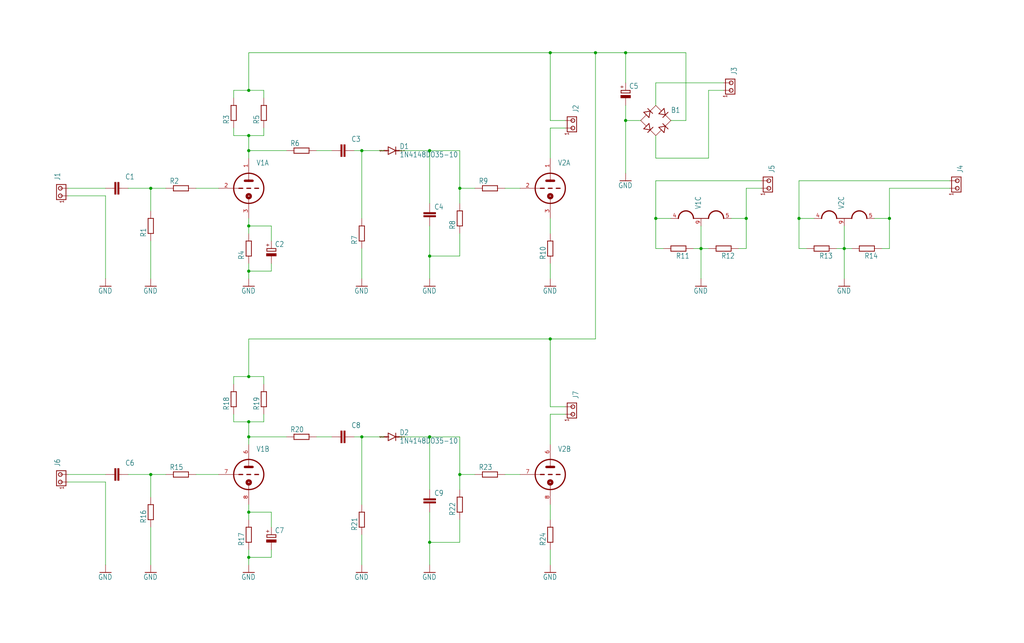
<source format=kicad_sch>
(kicad_sch
	(version 20231120)
	(generator "eeschema")
	(generator_version "8.0")
	(uuid "ef4292e0-be82-4a39-9885-232129ff4818")
	(paper "User" 345.059 216.764)
	(lib_symbols
		(symbol "main-eagle-import:12AX7-P"
			(exclude_from_sim no)
			(in_bom yes)
			(on_board yes)
			(property "Reference" "V"
				(at 3.048 0 0)
				(effects
					(font
						(size 1.778 1.5113)
					)
					(justify left bottom)
				)
			)
			(property "Value" ""
				(at 3.048 -2.54 0)
				(effects
					(font
						(size 1.778 1.5113)
					)
					(justify left bottom)
				)
			)
			(property "Footprint" "main:NOVAL"
				(at 0 0 0)
				(effects
					(font
						(size 1.27 1.27)
					)
					(hide yes)
				)
			)
			(property "Datasheet" ""
				(at 0 0 0)
				(effects
					(font
						(size 1.27 1.27)
					)
					(hide yes)
				)
			)
			(property "Description" ""
				(at 0 0 0)
				(effects
					(font
						(size 1.27 1.27)
					)
					(hide yes)
				)
			)
			(property "ki_locked" ""
				(at 0 0 0)
				(effects
					(font
						(size 1.27 1.27)
					)
				)
			)
			(symbol "12AX7-P_1_0"
				(circle
					(center 0 -2.667)
					(radius 0.254)
					(stroke
						(width 0.8128)
						(type solid)
					)
					(fill
						(type none)
					)
				)
				(polyline
					(pts
						(xy -5.08 0) (xy -3.302 0)
					)
					(stroke
						(width 0.1524)
						(type solid)
					)
					(fill
						(type none)
					)
				)
				(polyline
					(pts
						(xy -3.302 0) (xy -2.032 0)
					)
					(stroke
						(width 0.4064)
						(type solid)
					)
					(fill
						(type none)
					)
				)
				(polyline
					(pts
						(xy -1.27 2.54) (xy 0 2.54)
					)
					(stroke
						(width 0.8128)
						(type solid)
					)
					(fill
						(type none)
					)
				)
				(polyline
					(pts
						(xy -0.635 0) (xy 0.635 0)
					)
					(stroke
						(width 0.4064)
						(type solid)
					)
					(fill
						(type none)
					)
				)
				(polyline
					(pts
						(xy 0 -2.54) (xy 0 -5.08)
					)
					(stroke
						(width 0.1524)
						(type solid)
					)
					(fill
						(type none)
					)
				)
				(polyline
					(pts
						(xy 0 2.54) (xy 1.27 2.54)
					)
					(stroke
						(width 0.8128)
						(type solid)
					)
					(fill
						(type none)
					)
				)
				(polyline
					(pts
						(xy 0 5.08) (xy 0 2.54)
					)
					(stroke
						(width 0.1524)
						(type solid)
					)
					(fill
						(type none)
					)
				)
				(polyline
					(pts
						(xy 2.032 0) (xy 3.302 0)
					)
					(stroke
						(width 0.4064)
						(type solid)
					)
					(fill
						(type none)
					)
				)
				(circle
					(center 0 0)
					(radius 5.08)
					(stroke
						(width 0.4064)
						(type solid)
					)
					(fill
						(type none)
					)
				)
				(pin passive line
					(at 0 10.16 270)
					(length 5.08)
					(name "TA"
						(effects
							(font
								(size 0 0)
							)
						)
					)
					(number "1"
						(effects
							(font
								(size 1.27 1.27)
							)
						)
					)
				)
				(pin passive line
					(at -10.16 0 0)
					(length 5.08)
					(name "TG"
						(effects
							(font
								(size 0 0)
							)
						)
					)
					(number "2"
						(effects
							(font
								(size 1.27 1.27)
							)
						)
					)
				)
				(pin passive line
					(at 0 -10.16 90)
					(length 5.08)
					(name "TK"
						(effects
							(font
								(size 0 0)
							)
						)
					)
					(number "3"
						(effects
							(font
								(size 1.27 1.27)
							)
						)
					)
				)
			)
			(symbol "12AX7-P_2_0"
				(circle
					(center 0 -2.667)
					(radius 0.254)
					(stroke
						(width 0.8128)
						(type solid)
					)
					(fill
						(type none)
					)
				)
				(polyline
					(pts
						(xy -5.08 0) (xy -3.302 0)
					)
					(stroke
						(width 0.1524)
						(type solid)
					)
					(fill
						(type none)
					)
				)
				(polyline
					(pts
						(xy -3.302 0) (xy -2.032 0)
					)
					(stroke
						(width 0.4064)
						(type solid)
					)
					(fill
						(type none)
					)
				)
				(polyline
					(pts
						(xy -1.27 2.54) (xy 0 2.54)
					)
					(stroke
						(width 0.8128)
						(type solid)
					)
					(fill
						(type none)
					)
				)
				(polyline
					(pts
						(xy -0.635 0) (xy 0.635 0)
					)
					(stroke
						(width 0.4064)
						(type solid)
					)
					(fill
						(type none)
					)
				)
				(polyline
					(pts
						(xy 0 -2.54) (xy 0 -5.08)
					)
					(stroke
						(width 0.1524)
						(type solid)
					)
					(fill
						(type none)
					)
				)
				(polyline
					(pts
						(xy 0 2.54) (xy 1.27 2.54)
					)
					(stroke
						(width 0.8128)
						(type solid)
					)
					(fill
						(type none)
					)
				)
				(polyline
					(pts
						(xy 0 5.08) (xy 0 2.54)
					)
					(stroke
						(width 0.1524)
						(type solid)
					)
					(fill
						(type none)
					)
				)
				(polyline
					(pts
						(xy 2.032 0) (xy 3.302 0)
					)
					(stroke
						(width 0.4064)
						(type solid)
					)
					(fill
						(type none)
					)
				)
				(circle
					(center 0 0)
					(radius 5.08)
					(stroke
						(width 0.4064)
						(type solid)
					)
					(fill
						(type none)
					)
				)
				(pin passive line
					(at 0 10.16 270)
					(length 5.08)
					(name "TA"
						(effects
							(font
								(size 0 0)
							)
						)
					)
					(number "6"
						(effects
							(font
								(size 1.27 1.27)
							)
						)
					)
				)
				(pin passive line
					(at -10.16 0 0)
					(length 5.08)
					(name "TG"
						(effects
							(font
								(size 0 0)
							)
						)
					)
					(number "7"
						(effects
							(font
								(size 1.27 1.27)
							)
						)
					)
				)
				(pin passive line
					(at 0 -10.16 90)
					(length 5.08)
					(name "TK"
						(effects
							(font
								(size 0 0)
							)
						)
					)
					(number "8"
						(effects
							(font
								(size 1.27 1.27)
							)
						)
					)
				)
			)
			(symbol "12AX7-P_3_0"
				(arc
					(start 0 -7.62)
					(mid 2.54 -5.08)
					(end 0 -2.54)
					(stroke
						(width 0.4064)
						(type solid)
					)
					(fill
						(type none)
					)
				)
				(polyline
					(pts
						(xy 0 2.54) (xy 0 -2.54)
					)
					(stroke
						(width 0.254)
						(type solid)
					)
					(fill
						(type none)
					)
				)
				(arc
					(start 0 2.54)
					(mid 2.54 5.08)
					(end 0 7.62)
					(stroke
						(width 0.4064)
						(type solid)
					)
					(fill
						(type none)
					)
				)
				(pin passive line
					(at 0 10.16 270)
					(length 2.54)
					(name "H1"
						(effects
							(font
								(size 0 0)
							)
						)
					)
					(number "4"
						(effects
							(font
								(size 1.27 1.27)
							)
						)
					)
				)
				(pin passive line
					(at 0 -10.16 90)
					(length 2.54)
					(name "H3"
						(effects
							(font
								(size 0 0)
							)
						)
					)
					(number "5"
						(effects
							(font
								(size 1.27 1.27)
							)
						)
					)
				)
				(pin passive line
					(at -2.54 0 0)
					(length 2.54)
					(name "H2"
						(effects
							(font
								(size 0 0)
							)
						)
					)
					(number "9"
						(effects
							(font
								(size 1.27 1.27)
							)
						)
					)
				)
			)
		)
		(symbol "main-eagle-import:1N4148DO35-10"
			(exclude_from_sim no)
			(in_bom yes)
			(on_board yes)
			(property "Reference" "D"
				(at 2.54 0.4826 0)
				(effects
					(font
						(size 1.778 1.5113)
					)
					(justify left bottom)
				)
			)
			(property "Value" ""
				(at 2.54 -2.3114 0)
				(effects
					(font
						(size 1.778 1.5113)
					)
					(justify left bottom)
				)
			)
			(property "Footprint" "main:DO35-10"
				(at 0 0 0)
				(effects
					(font
						(size 1.27 1.27)
					)
					(hide yes)
				)
			)
			(property "Datasheet" ""
				(at 0 0 0)
				(effects
					(font
						(size 1.27 1.27)
					)
					(hide yes)
				)
			)
			(property "Description" "DIODE\n\nhigh speed (Philips)"
				(at 0 0 0)
				(effects
					(font
						(size 1.27 1.27)
					)
					(hide yes)
				)
			)
			(property "ki_locked" ""
				(at 0 0 0)
				(effects
					(font
						(size 1.27 1.27)
					)
				)
			)
			(symbol "1N4148DO35-10_1_0"
				(polyline
					(pts
						(xy -1.27 -1.27) (xy 1.27 0)
					)
					(stroke
						(width 0.254)
						(type solid)
					)
					(fill
						(type none)
					)
				)
				(polyline
					(pts
						(xy -1.27 0) (xy -2.54 0)
					)
					(stroke
						(width 0.254)
						(type solid)
					)
					(fill
						(type none)
					)
				)
				(polyline
					(pts
						(xy -1.27 0) (xy -1.27 -1.27)
					)
					(stroke
						(width 0.254)
						(type solid)
					)
					(fill
						(type none)
					)
				)
				(polyline
					(pts
						(xy -1.27 1.27) (xy -1.27 0)
					)
					(stroke
						(width 0.254)
						(type solid)
					)
					(fill
						(type none)
					)
				)
				(polyline
					(pts
						(xy 1.27 0) (xy -1.27 1.27)
					)
					(stroke
						(width 0.254)
						(type solid)
					)
					(fill
						(type none)
					)
				)
				(polyline
					(pts
						(xy 1.27 0) (xy 1.27 -1.27)
					)
					(stroke
						(width 0.254)
						(type solid)
					)
					(fill
						(type none)
					)
				)
				(polyline
					(pts
						(xy 1.27 1.27) (xy 1.27 0)
					)
					(stroke
						(width 0.254)
						(type solid)
					)
					(fill
						(type none)
					)
				)
				(polyline
					(pts
						(xy 2.54 0) (xy 1.27 0)
					)
					(stroke
						(width 0.254)
						(type solid)
					)
					(fill
						(type none)
					)
				)
				(text "SpiceOrder 1"
					(at -2.54 0 0)
					(effects
						(font
							(size 0.4064 0.3454)
						)
					)
				)
				(text "SpiceOrder 2"
					(at 2.54 0 0)
					(effects
						(font
							(size 0.4064 0.3454)
						)
					)
				)
				(pin passive line
					(at -2.54 0 0)
					(length 0)
					(name "A"
						(effects
							(font
								(size 0 0)
							)
						)
					)
					(number "A"
						(effects
							(font
								(size 0 0)
							)
						)
					)
				)
				(pin passive line
					(at 2.54 0 180)
					(length 0)
					(name "C"
						(effects
							(font
								(size 0 0)
							)
						)
					)
					(number "C"
						(effects
							(font
								(size 0 0)
							)
						)
					)
				)
			)
		)
		(symbol "main-eagle-import:B-DIL"
			(exclude_from_sim no)
			(in_bom yes)
			(on_board yes)
			(property "Reference" "B"
				(at 5.08 2.54 0)
				(effects
					(font
						(size 1.778 1.5113)
					)
					(justify left bottom)
				)
			)
			(property "Value" ""
				(at 5.08 -5.08 0)
				(effects
					(font
						(size 1.778 1.5113)
					)
					(justify left bottom)
				)
			)
			(property "Footprint" "main:B-DIL"
				(at 0 0 0)
				(effects
					(font
						(size 1.27 1.27)
					)
					(hide yes)
				)
			)
			(property "Datasheet" ""
				(at 0 0 0)
				(effects
					(font
						(size 1.27 1.27)
					)
					(hide yes)
				)
			)
			(property "Description" "RECTIFIER"
				(at 0 0 0)
				(effects
					(font
						(size 1.27 1.27)
					)
					(hide yes)
				)
			)
			(property "ki_locked" ""
				(at 0 0 0)
				(effects
					(font
						(size 1.27 1.27)
					)
				)
			)
			(symbol "B-DIL_1_0"
				(polyline
					(pts
						(xy -5.08 0) (xy -3.2766 1.8034)
					)
					(stroke
						(width 0.1524)
						(type solid)
					)
					(fill
						(type none)
					)
				)
				(polyline
					(pts
						(xy -4.064 -2.794) (xy -2.286 -1.016)
					)
					(stroke
						(width 0.254)
						(type solid)
					)
					(fill
						(type none)
					)
				)
				(polyline
					(pts
						(xy -4.064 2.794) (xy -2.286 1.016)
					)
					(stroke
						(width 0.254)
						(type solid)
					)
					(fill
						(type none)
					)
				)
				(polyline
					(pts
						(xy -3.2766 -1.8034) (xy -5.08 0)
					)
					(stroke
						(width 0.1524)
						(type solid)
					)
					(fill
						(type none)
					)
				)
				(polyline
					(pts
						(xy -2.7178 -4.0386) (xy -0.9398 -2.2606)
					)
					(stroke
						(width 0.254)
						(type solid)
					)
					(fill
						(type none)
					)
				)
				(polyline
					(pts
						(xy -2.7178 4.0386) (xy -1.0668 2.3876)
					)
					(stroke
						(width 0.254)
						(type solid)
					)
					(fill
						(type none)
					)
				)
				(polyline
					(pts
						(xy -1.905 -3.175) (xy -4.064 -2.794)
					)
					(stroke
						(width 0.254)
						(type solid)
					)
					(fill
						(type none)
					)
				)
				(polyline
					(pts
						(xy -1.905 -3.175) (xy -2.286 -1.016)
					)
					(stroke
						(width 0.254)
						(type solid)
					)
					(fill
						(type none)
					)
				)
				(polyline
					(pts
						(xy -1.905 3.175) (xy -4.064 2.794)
					)
					(stroke
						(width 0.254)
						(type solid)
					)
					(fill
						(type none)
					)
				)
				(polyline
					(pts
						(xy -1.905 3.175) (xy -2.286 1.016)
					)
					(stroke
						(width 0.254)
						(type solid)
					)
					(fill
						(type none)
					)
				)
				(polyline
					(pts
						(xy -1.905 3.175) (xy 0 5.08)
					)
					(stroke
						(width 0.1524)
						(type solid)
					)
					(fill
						(type none)
					)
				)
				(polyline
					(pts
						(xy 0 -5.08) (xy -1.905 -3.175)
					)
					(stroke
						(width 0.1524)
						(type solid)
					)
					(fill
						(type none)
					)
				)
				(polyline
					(pts
						(xy 0 -5.08) (xy 1.8034 -3.2766)
					)
					(stroke
						(width 0.1524)
						(type solid)
					)
					(fill
						(type none)
					)
				)
				(polyline
					(pts
						(xy 0 5.08) (xy 1.8034 3.2766)
					)
					(stroke
						(width 0.1524)
						(type solid)
					)
					(fill
						(type none)
					)
				)
				(polyline
					(pts
						(xy 1.016 -2.286) (xy 2.794 -4.064)
					)
					(stroke
						(width 0.254)
						(type solid)
					)
					(fill
						(type none)
					)
				)
				(polyline
					(pts
						(xy 1.016 2.286) (xy 2.794 4.064)
					)
					(stroke
						(width 0.254)
						(type solid)
					)
					(fill
						(type none)
					)
				)
				(polyline
					(pts
						(xy 2.3622 -1.0668) (xy 4.1402 -2.8448)
					)
					(stroke
						(width 0.254)
						(type solid)
					)
					(fill
						(type none)
					)
				)
				(polyline
					(pts
						(xy 2.3622 1.016) (xy 4.1402 2.794)
					)
					(stroke
						(width 0.254)
						(type solid)
					)
					(fill
						(type none)
					)
				)
				(polyline
					(pts
						(xy 3.175 -1.905) (xy 1.016 -2.286)
					)
					(stroke
						(width 0.254)
						(type solid)
					)
					(fill
						(type none)
					)
				)
				(polyline
					(pts
						(xy 3.175 -1.905) (xy 2.794 -4.064)
					)
					(stroke
						(width 0.254)
						(type solid)
					)
					(fill
						(type none)
					)
				)
				(polyline
					(pts
						(xy 3.175 1.905) (xy 1.016 2.286)
					)
					(stroke
						(width 0.254)
						(type solid)
					)
					(fill
						(type none)
					)
				)
				(polyline
					(pts
						(xy 3.175 1.905) (xy 2.794 4.064)
					)
					(stroke
						(width 0.254)
						(type solid)
					)
					(fill
						(type none)
					)
				)
				(polyline
					(pts
						(xy 3.175 1.905) (xy 5.08 0)
					)
					(stroke
						(width 0.1524)
						(type solid)
					)
					(fill
						(type none)
					)
				)
				(polyline
					(pts
						(xy 5.08 0) (xy 3.175 -1.905)
					)
					(stroke
						(width 0.1524)
						(type solid)
					)
					(fill
						(type none)
					)
				)
				(pin passive line
					(at 5.08 0 180)
					(length 0)
					(name "+"
						(effects
							(font
								(size 0 0)
							)
						)
					)
					(number "+"
						(effects
							(font
								(size 0 0)
							)
						)
					)
				)
				(pin passive line
					(at -5.08 0 0)
					(length 0)
					(name "-"
						(effects
							(font
								(size 0 0)
							)
						)
					)
					(number "-"
						(effects
							(font
								(size 0 0)
							)
						)
					)
				)
				(pin passive line
					(at 0 5.08 270)
					(length 0)
					(name "AC1"
						(effects
							(font
								(size 0 0)
							)
						)
					)
					(number "AC1"
						(effects
							(font
								(size 0 0)
							)
						)
					)
				)
				(pin passive line
					(at 0 -5.08 90)
					(length 0)
					(name "AC2"
						(effects
							(font
								(size 0 0)
							)
						)
					)
					(number "AC2"
						(effects
							(font
								(size 0 0)
							)
						)
					)
				)
			)
		)
		(symbol "main-eagle-import:C-EU102-064X133"
			(exclude_from_sim no)
			(in_bom yes)
			(on_board yes)
			(property "Reference" "C"
				(at 1.524 0.381 0)
				(effects
					(font
						(size 1.778 1.5113)
					)
					(justify left bottom)
				)
			)
			(property "Value" ""
				(at 1.524 -4.699 0)
				(effects
					(font
						(size 1.778 1.5113)
					)
					(justify left bottom)
				)
			)
			(property "Footprint" "main:C102-064X133"
				(at 0 0 0)
				(effects
					(font
						(size 1.27 1.27)
					)
					(hide yes)
				)
			)
			(property "Datasheet" ""
				(at 0 0 0)
				(effects
					(font
						(size 1.27 1.27)
					)
					(hide yes)
				)
			)
			(property "Description" "CAPACITOR, European symbol"
				(at 0 0 0)
				(effects
					(font
						(size 1.27 1.27)
					)
					(hide yes)
				)
			)
			(property "ki_locked" ""
				(at 0 0 0)
				(effects
					(font
						(size 1.27 1.27)
					)
				)
			)
			(symbol "C-EU102-064X133_1_0"
				(rectangle
					(start -2.032 -2.032)
					(end 2.032 -1.524)
					(stroke
						(width 0)
						(type default)
					)
					(fill
						(type outline)
					)
				)
				(rectangle
					(start -2.032 -1.016)
					(end 2.032 -0.508)
					(stroke
						(width 0)
						(type default)
					)
					(fill
						(type outline)
					)
				)
				(polyline
					(pts
						(xy 0 -2.54) (xy 0 -2.032)
					)
					(stroke
						(width 0.1524)
						(type solid)
					)
					(fill
						(type none)
					)
				)
				(polyline
					(pts
						(xy 0 0) (xy 0 -0.508)
					)
					(stroke
						(width 0.1524)
						(type solid)
					)
					(fill
						(type none)
					)
				)
				(pin passive line
					(at 0 2.54 270)
					(length 2.54)
					(name "1"
						(effects
							(font
								(size 0 0)
							)
						)
					)
					(number "1"
						(effects
							(font
								(size 0 0)
							)
						)
					)
				)
				(pin passive line
					(at 0 -5.08 90)
					(length 2.54)
					(name "2"
						(effects
							(font
								(size 0 0)
							)
						)
					)
					(number "2"
						(effects
							(font
								(size 0 0)
							)
						)
					)
				)
			)
		)
		(symbol "main-eagle-import:C-EU225-062X268"
			(exclude_from_sim no)
			(in_bom yes)
			(on_board yes)
			(property "Reference" "C"
				(at 1.524 0.381 0)
				(effects
					(font
						(size 1.778 1.5113)
					)
					(justify left bottom)
				)
			)
			(property "Value" ""
				(at 1.524 -4.699 0)
				(effects
					(font
						(size 1.778 1.5113)
					)
					(justify left bottom)
				)
			)
			(property "Footprint" "main:C225-062X268"
				(at 0 0 0)
				(effects
					(font
						(size 1.27 1.27)
					)
					(hide yes)
				)
			)
			(property "Datasheet" ""
				(at 0 0 0)
				(effects
					(font
						(size 1.27 1.27)
					)
					(hide yes)
				)
			)
			(property "Description" "CAPACITOR, European symbol"
				(at 0 0 0)
				(effects
					(font
						(size 1.27 1.27)
					)
					(hide yes)
				)
			)
			(property "ki_locked" ""
				(at 0 0 0)
				(effects
					(font
						(size 1.27 1.27)
					)
				)
			)
			(symbol "C-EU225-062X268_1_0"
				(rectangle
					(start -2.032 -2.032)
					(end 2.032 -1.524)
					(stroke
						(width 0)
						(type default)
					)
					(fill
						(type outline)
					)
				)
				(rectangle
					(start -2.032 -1.016)
					(end 2.032 -0.508)
					(stroke
						(width 0)
						(type default)
					)
					(fill
						(type outline)
					)
				)
				(polyline
					(pts
						(xy 0 -2.54) (xy 0 -2.032)
					)
					(stroke
						(width 0.1524)
						(type solid)
					)
					(fill
						(type none)
					)
				)
				(polyline
					(pts
						(xy 0 0) (xy 0 -0.508)
					)
					(stroke
						(width 0.1524)
						(type solid)
					)
					(fill
						(type none)
					)
				)
				(pin passive line
					(at 0 2.54 270)
					(length 2.54)
					(name "1"
						(effects
							(font
								(size 0 0)
							)
						)
					)
					(number "1"
						(effects
							(font
								(size 0 0)
							)
						)
					)
				)
				(pin passive line
					(at 0 -5.08 90)
					(length 2.54)
					(name "2"
						(effects
							(font
								(size 0 0)
							)
						)
					)
					(number "2"
						(effects
							(font
								(size 0 0)
							)
						)
					)
				)
			)
		)
		(symbol "main-eagle-import:CPOL-EUE5-10.5"
			(exclude_from_sim no)
			(in_bom yes)
			(on_board yes)
			(property "Reference" "C"
				(at 1.143 0.4826 0)
				(effects
					(font
						(size 1.778 1.5113)
					)
					(justify left bottom)
				)
			)
			(property "Value" ""
				(at 1.143 -4.5974 0)
				(effects
					(font
						(size 1.778 1.5113)
					)
					(justify left bottom)
				)
			)
			(property "Footprint" "main:E5-10,5"
				(at 0 0 0)
				(effects
					(font
						(size 1.27 1.27)
					)
					(hide yes)
				)
			)
			(property "Datasheet" ""
				(at 0 0 0)
				(effects
					(font
						(size 1.27 1.27)
					)
					(hide yes)
				)
			)
			(property "Description" "POLARIZED CAPACITOR, European symbol"
				(at 0 0 0)
				(effects
					(font
						(size 1.27 1.27)
					)
					(hide yes)
				)
			)
			(property "ki_locked" ""
				(at 0 0 0)
				(effects
					(font
						(size 1.27 1.27)
					)
				)
			)
			(symbol "CPOL-EUE5-10.5_1_0"
				(rectangle
					(start -1.651 -2.54)
					(end 1.651 -1.651)
					(stroke
						(width 0)
						(type default)
					)
					(fill
						(type outline)
					)
				)
				(polyline
					(pts
						(xy -1.524 -0.889) (xy 1.524 -0.889)
					)
					(stroke
						(width 0.254)
						(type solid)
					)
					(fill
						(type none)
					)
				)
				(polyline
					(pts
						(xy -1.524 0) (xy -1.524 -0.889)
					)
					(stroke
						(width 0.254)
						(type solid)
					)
					(fill
						(type none)
					)
				)
				(polyline
					(pts
						(xy -1.524 0) (xy 1.524 0)
					)
					(stroke
						(width 0.254)
						(type solid)
					)
					(fill
						(type none)
					)
				)
				(polyline
					(pts
						(xy 1.524 -0.889) (xy 1.524 0)
					)
					(stroke
						(width 0.254)
						(type solid)
					)
					(fill
						(type none)
					)
				)
				(text "+"
					(at -0.5842 0.4064 900)
					(effects
						(font
							(size 1.27 1.0795)
						)
						(justify left bottom)
					)
				)
				(pin passive line
					(at 0 2.54 270)
					(length 2.54)
					(name "+"
						(effects
							(font
								(size 0 0)
							)
						)
					)
					(number "+"
						(effects
							(font
								(size 0 0)
							)
						)
					)
				)
				(pin passive line
					(at 0 -5.08 90)
					(length 2.54)
					(name "-"
						(effects
							(font
								(size 0 0)
							)
						)
					)
					(number "-"
						(effects
							(font
								(size 0 0)
							)
						)
					)
				)
			)
		)
		(symbol "main-eagle-import:CPOL-EUE7.5-18"
			(exclude_from_sim no)
			(in_bom yes)
			(on_board yes)
			(property "Reference" "C"
				(at 1.143 0.4826 0)
				(effects
					(font
						(size 1.778 1.5113)
					)
					(justify left bottom)
				)
			)
			(property "Value" ""
				(at 1.143 -4.5974 0)
				(effects
					(font
						(size 1.778 1.5113)
					)
					(justify left bottom)
				)
			)
			(property "Footprint" "main:E7,5-18"
				(at 0 0 0)
				(effects
					(font
						(size 1.27 1.27)
					)
					(hide yes)
				)
			)
			(property "Datasheet" ""
				(at 0 0 0)
				(effects
					(font
						(size 1.27 1.27)
					)
					(hide yes)
				)
			)
			(property "Description" "POLARIZED CAPACITOR, European symbol"
				(at 0 0 0)
				(effects
					(font
						(size 1.27 1.27)
					)
					(hide yes)
				)
			)
			(property "ki_locked" ""
				(at 0 0 0)
				(effects
					(font
						(size 1.27 1.27)
					)
				)
			)
			(symbol "CPOL-EUE7.5-18_1_0"
				(rectangle
					(start -1.651 -2.54)
					(end 1.651 -1.651)
					(stroke
						(width 0)
						(type default)
					)
					(fill
						(type outline)
					)
				)
				(polyline
					(pts
						(xy -1.524 -0.889) (xy 1.524 -0.889)
					)
					(stroke
						(width 0.254)
						(type solid)
					)
					(fill
						(type none)
					)
				)
				(polyline
					(pts
						(xy -1.524 0) (xy -1.524 -0.889)
					)
					(stroke
						(width 0.254)
						(type solid)
					)
					(fill
						(type none)
					)
				)
				(polyline
					(pts
						(xy -1.524 0) (xy 1.524 0)
					)
					(stroke
						(width 0.254)
						(type solid)
					)
					(fill
						(type none)
					)
				)
				(polyline
					(pts
						(xy 1.524 -0.889) (xy 1.524 0)
					)
					(stroke
						(width 0.254)
						(type solid)
					)
					(fill
						(type none)
					)
				)
				(text "+"
					(at -0.5842 0.4064 900)
					(effects
						(font
							(size 1.27 1.0795)
						)
						(justify left bottom)
					)
				)
				(pin passive line
					(at 0 2.54 270)
					(length 2.54)
					(name "+"
						(effects
							(font
								(size 0 0)
							)
						)
					)
					(number "+"
						(effects
							(font
								(size 0 0)
							)
						)
					)
				)
				(pin passive line
					(at 0 -5.08 90)
					(length 2.54)
					(name "-"
						(effects
							(font
								(size 0 0)
							)
						)
					)
					(number "-"
						(effects
							(font
								(size 0 0)
							)
						)
					)
				)
			)
		)
		(symbol "main-eagle-import:GND"
			(power)
			(exclude_from_sim no)
			(in_bom yes)
			(on_board yes)
			(property "Reference" "#GND"
				(at 0 0 0)
				(effects
					(font
						(size 1.27 1.27)
					)
					(hide yes)
				)
			)
			(property "Value" ""
				(at -2.54 -2.54 0)
				(effects
					(font
						(size 1.778 1.5113)
					)
					(justify left bottom)
				)
			)
			(property "Footprint" ""
				(at 0 0 0)
				(effects
					(font
						(size 1.27 1.27)
					)
					(hide yes)
				)
			)
			(property "Datasheet" ""
				(at 0 0 0)
				(effects
					(font
						(size 1.27 1.27)
					)
					(hide yes)
				)
			)
			(property "Description" "SUPPLY SYMBOL"
				(at 0 0 0)
				(effects
					(font
						(size 1.27 1.27)
					)
					(hide yes)
				)
			)
			(property "ki_locked" ""
				(at 0 0 0)
				(effects
					(font
						(size 1.27 1.27)
					)
				)
			)
			(symbol "GND_1_0"
				(polyline
					(pts
						(xy -1.905 0) (xy 1.905 0)
					)
					(stroke
						(width 0.254)
						(type solid)
					)
					(fill
						(type none)
					)
				)
				(pin power_in line
					(at 0 2.54 270)
					(length 2.54)
					(name "GND"
						(effects
							(font
								(size 0 0)
							)
						)
					)
					(number "1"
						(effects
							(font
								(size 0 0)
							)
						)
					)
				)
			)
		)
		(symbol "main-eagle-import:MTA02-156"
			(exclude_from_sim no)
			(in_bom yes)
			(on_board yes)
			(property "Reference" "J"
				(at 5.08 0 0)
				(effects
					(font
						(size 1.778 1.5113)
					)
					(justify left bottom)
				)
			)
			(property "Value" ""
				(at 5.08 -3.81 0)
				(effects
					(font
						(size 1.778 1.5113)
					)
					(justify left bottom)
				)
			)
			(property "Footprint" "main:1X2MTA"
				(at 0 0 0)
				(effects
					(font
						(size 1.27 1.27)
					)
					(hide yes)
				)
			)
			(property "Datasheet" ""
				(at 0 0 0)
				(effects
					(font
						(size 1.27 1.27)
					)
					(hide yes)
				)
			)
			(property "Description" "AMP connector"
				(at 0 0 0)
				(effects
					(font
						(size 1.27 1.27)
					)
					(hide yes)
				)
			)
			(property "ki_locked" ""
				(at 0 0 0)
				(effects
					(font
						(size 1.27 1.27)
					)
				)
			)
			(symbol "MTA02-156_1_0"
				(polyline
					(pts
						(xy -1.27 1.27) (xy -1.27 -1.905)
					)
					(stroke
						(width 0.254)
						(type solid)
					)
					(fill
						(type none)
					)
				)
				(polyline
					(pts
						(xy -1.27 1.27) (xy 3.81 1.27)
					)
					(stroke
						(width 0.254)
						(type solid)
					)
					(fill
						(type none)
					)
				)
				(polyline
					(pts
						(xy 3.81 -1.905) (xy -1.27 -1.905)
					)
					(stroke
						(width 0.254)
						(type solid)
					)
					(fill
						(type none)
					)
				)
				(polyline
					(pts
						(xy 3.81 -1.905) (xy 3.81 1.27)
					)
					(stroke
						(width 0.254)
						(type solid)
					)
					(fill
						(type none)
					)
				)
				(circle
					(center 0 0)
					(radius 0.635)
					(stroke
						(width 0.254)
						(type solid)
					)
					(fill
						(type none)
					)
				)
				(circle
					(center 2.54 0)
					(radius 0.635)
					(stroke
						(width 0.254)
						(type solid)
					)
					(fill
						(type none)
					)
				)
				(text "1"
					(at -2.54 -1.27 0)
					(effects
						(font
							(size 1.27 1.0795)
						)
						(justify left bottom)
					)
				)
				(pin passive line
					(at 0 -2.54 90)
					(length 2.54)
					(name "1"
						(effects
							(font
								(size 0 0)
							)
						)
					)
					(number "1"
						(effects
							(font
								(size 0 0)
							)
						)
					)
				)
				(pin passive line
					(at 2.54 -2.54 90)
					(length 2.54)
					(name "2"
						(effects
							(font
								(size 0 0)
							)
						)
					)
					(number "2"
						(effects
							(font
								(size 0 0)
							)
						)
					)
				)
			)
		)
		(symbol "main-eagle-import:R-EU_0207/12"
			(exclude_from_sim no)
			(in_bom yes)
			(on_board yes)
			(property "Reference" "R"
				(at -3.81 1.4986 0)
				(effects
					(font
						(size 1.778 1.5113)
					)
					(justify left bottom)
				)
			)
			(property "Value" ""
				(at -3.81 -3.302 0)
				(effects
					(font
						(size 1.778 1.5113)
					)
					(justify left bottom)
				)
			)
			(property "Footprint" "main:0207_12"
				(at 0 0 0)
				(effects
					(font
						(size 1.27 1.27)
					)
					(hide yes)
				)
			)
			(property "Datasheet" ""
				(at 0 0 0)
				(effects
					(font
						(size 1.27 1.27)
					)
					(hide yes)
				)
			)
			(property "Description" "RESISTOR, European symbol"
				(at 0 0 0)
				(effects
					(font
						(size 1.27 1.27)
					)
					(hide yes)
				)
			)
			(property "ki_locked" ""
				(at 0 0 0)
				(effects
					(font
						(size 1.27 1.27)
					)
				)
			)
			(symbol "R-EU_0207/12_1_0"
				(polyline
					(pts
						(xy -2.54 -0.889) (xy -2.54 0.889)
					)
					(stroke
						(width 0.254)
						(type solid)
					)
					(fill
						(type none)
					)
				)
				(polyline
					(pts
						(xy -2.54 -0.889) (xy 2.54 -0.889)
					)
					(stroke
						(width 0.254)
						(type solid)
					)
					(fill
						(type none)
					)
				)
				(polyline
					(pts
						(xy 2.54 -0.889) (xy 2.54 0.889)
					)
					(stroke
						(width 0.254)
						(type solid)
					)
					(fill
						(type none)
					)
				)
				(polyline
					(pts
						(xy 2.54 0.889) (xy -2.54 0.889)
					)
					(stroke
						(width 0.254)
						(type solid)
					)
					(fill
						(type none)
					)
				)
				(pin passive line
					(at -5.08 0 0)
					(length 2.54)
					(name "1"
						(effects
							(font
								(size 0 0)
							)
						)
					)
					(number "1"
						(effects
							(font
								(size 0 0)
							)
						)
					)
				)
				(pin passive line
					(at 5.08 0 180)
					(length 2.54)
					(name "2"
						(effects
							(font
								(size 0 0)
							)
						)
					)
					(number "2"
						(effects
							(font
								(size 0 0)
							)
						)
					)
				)
			)
		)
		(symbol "main-eagle-import:R-EU_0309/12"
			(exclude_from_sim no)
			(in_bom yes)
			(on_board yes)
			(property "Reference" "R"
				(at -3.81 1.4986 0)
				(effects
					(font
						(size 1.778 1.5113)
					)
					(justify left bottom)
				)
			)
			(property "Value" ""
				(at -3.81 -3.302 0)
				(effects
					(font
						(size 1.778 1.5113)
					)
					(justify left bottom)
				)
			)
			(property "Footprint" "main:0309_12"
				(at 0 0 0)
				(effects
					(font
						(size 1.27 1.27)
					)
					(hide yes)
				)
			)
			(property "Datasheet" ""
				(at 0 0 0)
				(effects
					(font
						(size 1.27 1.27)
					)
					(hide yes)
				)
			)
			(property "Description" "RESISTOR, European symbol"
				(at 0 0 0)
				(effects
					(font
						(size 1.27 1.27)
					)
					(hide yes)
				)
			)
			(property "ki_locked" ""
				(at 0 0 0)
				(effects
					(font
						(size 1.27 1.27)
					)
				)
			)
			(symbol "R-EU_0309/12_1_0"
				(polyline
					(pts
						(xy -2.54 -0.889) (xy -2.54 0.889)
					)
					(stroke
						(width 0.254)
						(type solid)
					)
					(fill
						(type none)
					)
				)
				(polyline
					(pts
						(xy -2.54 -0.889) (xy 2.54 -0.889)
					)
					(stroke
						(width 0.254)
						(type solid)
					)
					(fill
						(type none)
					)
				)
				(polyline
					(pts
						(xy 2.54 -0.889) (xy 2.54 0.889)
					)
					(stroke
						(width 0.254)
						(type solid)
					)
					(fill
						(type none)
					)
				)
				(polyline
					(pts
						(xy 2.54 0.889) (xy -2.54 0.889)
					)
					(stroke
						(width 0.254)
						(type solid)
					)
					(fill
						(type none)
					)
				)
				(pin passive line
					(at -5.08 0 0)
					(length 2.54)
					(name "1"
						(effects
							(font
								(size 0 0)
							)
						)
					)
					(number "1"
						(effects
							(font
								(size 0 0)
							)
						)
					)
				)
				(pin passive line
					(at 5.08 0 180)
					(length 2.54)
					(name "2"
						(effects
							(font
								(size 0 0)
							)
						)
					)
					(number "2"
						(effects
							(font
								(size 0 0)
							)
						)
					)
				)
			)
		)
	)
	(junction
		(at 83.82 142.24)
		(diameter 0)
		(color 0 0 0 0)
		(uuid "03bf6247-2394-4d95-aad2-6ef2bd11dcb5")
	)
	(junction
		(at 83.82 45.72)
		(diameter 0)
		(color 0 0 0 0)
		(uuid "060a3627-8218-4388-98ab-1eefc37d8666")
	)
	(junction
		(at 236.22 83.82)
		(diameter 0)
		(color 0 0 0 0)
		(uuid "08d498f1-6b41-434d-bf0f-a66cc6b7f8b8")
	)
	(junction
		(at 83.82 147.32)
		(diameter 0)
		(color 0 0 0 0)
		(uuid "1b070f28-3458-40a0-b828-d12a7ae3b975")
	)
	(junction
		(at 83.82 187.96)
		(diameter 0)
		(color 0 0 0 0)
		(uuid "27401b60-4ee1-404e-bc6b-71b278216f41")
	)
	(junction
		(at 210.82 17.78)
		(diameter 0)
		(color 0 0 0 0)
		(uuid "2753ac3e-3949-4788-9248-553e96b0587b")
	)
	(junction
		(at 144.78 86.36)
		(diameter 0)
		(color 0 0 0 0)
		(uuid "2aab5ac5-0b00-445e-9460-d9163e9e3435")
	)
	(junction
		(at 144.78 182.88)
		(diameter 0)
		(color 0 0 0 0)
		(uuid "367f668c-0003-4e34-a095-d57de2236175")
	)
	(junction
		(at 185.42 114.3)
		(diameter 0)
		(color 0 0 0 0)
		(uuid "3c3ae228-29c9-4edf-be72-0d4d2b360fc0")
	)
	(junction
		(at 269.24 73.66)
		(diameter 0)
		(color 0 0 0 0)
		(uuid "3c6fc87f-11c1-42f8-9acb-86c4bdac8183")
	)
	(junction
		(at 121.92 50.8)
		(diameter 0)
		(color 0 0 0 0)
		(uuid "40ae4862-bccd-4835-9e8c-fad1947cfbd8")
	)
	(junction
		(at 299.72 73.66)
		(diameter 0)
		(color 0 0 0 0)
		(uuid "444ad64b-8070-4be2-af68-dd948fa7e456")
	)
	(junction
		(at 200.66 17.78)
		(diameter 0)
		(color 0 0 0 0)
		(uuid "4d8804e6-81a2-4387-ab90-a95fac6f92df")
	)
	(junction
		(at 83.82 50.8)
		(diameter 0)
		(color 0 0 0 0)
		(uuid "56b8b219-5baa-491c-84fb-aaadf86e8c34")
	)
	(junction
		(at 154.94 63.5)
		(diameter 0)
		(color 0 0 0 0)
		(uuid "5831b73a-9116-4a44-8e3c-d41d3550f051")
	)
	(junction
		(at 83.82 30.48)
		(diameter 0)
		(color 0 0 0 0)
		(uuid "6e784f11-7327-42aa-a5b2-32b82b837415")
	)
	(junction
		(at 284.48 83.82)
		(diameter 0)
		(color 0 0 0 0)
		(uuid "74f975a1-43df-4477-a8c8-df4c6b162628")
	)
	(junction
		(at 185.42 17.78)
		(diameter 0)
		(color 0 0 0 0)
		(uuid "8c578fc0-5a79-482b-99a8-7405c39b6570")
	)
	(junction
		(at 121.92 147.32)
		(diameter 0)
		(color 0 0 0 0)
		(uuid "92334a26-1652-419e-9d90-5cd096d55709")
	)
	(junction
		(at 251.46 73.66)
		(diameter 0)
		(color 0 0 0 0)
		(uuid "9599cef4-a299-4f61-bfca-2d0e16bb0247")
	)
	(junction
		(at 50.8 160.02)
		(diameter 0)
		(color 0 0 0 0)
		(uuid "9d620126-0001-41de-8ab4-b37bcaba07b1")
	)
	(junction
		(at 154.94 160.02)
		(diameter 0)
		(color 0 0 0 0)
		(uuid "9f11b0b2-68fe-46d9-b444-70875b9a1da4")
	)
	(junction
		(at 83.82 91.44)
		(diameter 0)
		(color 0 0 0 0)
		(uuid "b7ed71cd-d291-47bb-825f-47bb1bd4dc38")
	)
	(junction
		(at 83.82 76.2)
		(diameter 0)
		(color 0 0 0 0)
		(uuid "bf14ed8d-d6d0-4595-8a51-9d1d8037a74b")
	)
	(junction
		(at 210.82 40.64)
		(diameter 0)
		(color 0 0 0 0)
		(uuid "cb1fdcba-85b3-4474-bfd9-1fbb0f7d6393")
	)
	(junction
		(at 220.98 73.66)
		(diameter 0)
		(color 0 0 0 0)
		(uuid "ebf10cfc-a87d-4272-9ed1-9194c690436d")
	)
	(junction
		(at 83.82 127)
		(diameter 0)
		(color 0 0 0 0)
		(uuid "f32a13e3-f638-49ec-8ade-ca06d0293525")
	)
	(junction
		(at 144.78 50.8)
		(diameter 0)
		(color 0 0 0 0)
		(uuid "f5acf34b-ef6e-43ec-8595-76d96d1ae0ff")
	)
	(junction
		(at 83.82 172.72)
		(diameter 0)
		(color 0 0 0 0)
		(uuid "f9432012-5ca8-44e5-a3d7-eaa27b50bed4")
	)
	(junction
		(at 144.78 147.32)
		(diameter 0)
		(color 0 0 0 0)
		(uuid "fb434f82-30a6-4b45-b80e-5a5be7302fca")
	)
	(junction
		(at 50.8 63.5)
		(diameter 0)
		(color 0 0 0 0)
		(uuid "fb69f7e1-a7ed-4a6f-b2fc-71c085b7c2aa")
	)
	(wire
		(pts
			(xy 35.56 63.5) (xy 22.86 63.5)
		)
		(stroke
			(width 0.1524)
			(type solid)
		)
		(uuid "0109860c-3352-4a24-9f7a-268b226fbaeb")
	)
	(wire
		(pts
			(xy 233.68 83.82) (xy 236.22 83.82)
		)
		(stroke
			(width 0.1524)
			(type solid)
		)
		(uuid "06eed98d-f5ca-4fc9-8dd6-d84ca7799c4c")
	)
	(wire
		(pts
			(xy 83.82 147.32) (xy 83.82 142.24)
		)
		(stroke
			(width 0.1524)
			(type solid)
		)
		(uuid "092297e4-fa11-4410-b69b-4ad297ca3952")
	)
	(wire
		(pts
			(xy 185.42 88.9) (xy 185.42 93.98)
		)
		(stroke
			(width 0.1524)
			(type solid)
		)
		(uuid "0b35708c-2efd-4923-a0cb-7757991cbfff")
	)
	(wire
		(pts
			(xy 299.72 73.66) (xy 299.72 63.5)
		)
		(stroke
			(width 0.1524)
			(type solid)
		)
		(uuid "0c9b0aac-248f-4fe2-9a8d-641bce1d500d")
	)
	(wire
		(pts
			(xy 269.24 83.82) (xy 269.24 73.66)
		)
		(stroke
			(width 0.1524)
			(type solid)
		)
		(uuid "0d1c43eb-bf90-4c44-b4aa-cb620e0108dd")
	)
	(wire
		(pts
			(xy 78.74 139.7) (xy 78.74 142.24)
		)
		(stroke
			(width 0.1524)
			(type solid)
		)
		(uuid "0dbcf239-08ef-4306-b4b8-fa3d37d28cc9")
	)
	(wire
		(pts
			(xy 144.78 76.2) (xy 144.78 86.36)
		)
		(stroke
			(width 0.1524)
			(type solid)
		)
		(uuid "0e6e6818-65fd-4434-b902-34d9bb62fb64")
	)
	(wire
		(pts
			(xy 91.44 88.9) (xy 91.44 91.44)
		)
		(stroke
			(width 0.1524)
			(type solid)
		)
		(uuid "0ff639c7-22c4-4650-8e89-c169c04f6a0e")
	)
	(wire
		(pts
			(xy 154.94 86.36) (xy 144.78 86.36)
		)
		(stroke
			(width 0.1524)
			(type solid)
		)
		(uuid "10bfb355-73b9-4b5c-bbc0-a053d8325139")
	)
	(wire
		(pts
			(xy 210.82 40.64) (xy 210.82 58.42)
		)
		(stroke
			(width 0.1524)
			(type solid)
		)
		(uuid "12330b64-ec9b-44c9-abb1-90842e0c3471")
	)
	(wire
		(pts
			(xy 134.62 147.32) (xy 144.78 147.32)
		)
		(stroke
			(width 0.1524)
			(type solid)
		)
		(uuid "1258f073-a9c8-4172-813d-cc069b21d753")
	)
	(wire
		(pts
			(xy 96.52 147.32) (xy 83.82 147.32)
		)
		(stroke
			(width 0.1524)
			(type solid)
		)
		(uuid "17f32c10-233e-4c7f-904a-68aeeea7c51d")
	)
	(wire
		(pts
			(xy 55.88 63.5) (xy 50.8 63.5)
		)
		(stroke
			(width 0.1524)
			(type solid)
		)
		(uuid "1b2a11ac-c459-46e8-aa30-51439c680644")
	)
	(wire
		(pts
			(xy 185.42 175.26) (xy 185.42 170.18)
		)
		(stroke
			(width 0.1524)
			(type solid)
		)
		(uuid "1ba10780-6995-4ba7-951e-64f564fe65b9")
	)
	(wire
		(pts
			(xy 35.56 162.56) (xy 22.86 162.56)
		)
		(stroke
			(width 0.1524)
			(type solid)
		)
		(uuid "1df2c24b-2c40-4e92-a3d1-2cefd7b19b6c")
	)
	(wire
		(pts
			(xy 83.82 127) (xy 83.82 114.3)
		)
		(stroke
			(width 0.1524)
			(type solid)
		)
		(uuid "22102f54-73c1-4168-a2ec-3a308e1c209d")
	)
	(wire
		(pts
			(xy 83.82 172.72) (xy 83.82 170.18)
		)
		(stroke
			(width 0.1524)
			(type solid)
		)
		(uuid "251be65e-510e-4f03-9bd4-fc7072a0e6ef")
	)
	(wire
		(pts
			(xy 251.46 73.66) (xy 251.46 83.82)
		)
		(stroke
			(width 0.1524)
			(type solid)
		)
		(uuid "26f16931-0c1e-482a-ba88-99bce0cd5822")
	)
	(wire
		(pts
			(xy 35.56 93.98) (xy 35.56 66.04)
		)
		(stroke
			(width 0.1524)
			(type solid)
		)
		(uuid "26f92893-f404-4823-8955-efb55a48ec13")
	)
	(wire
		(pts
			(xy 200.66 17.78) (xy 210.82 17.78)
		)
		(stroke
			(width 0.1524)
			(type solid)
		)
		(uuid "2c09b43c-828f-4a95-b9c3-d645355459e3")
	)
	(wire
		(pts
			(xy 160.02 63.5) (xy 154.94 63.5)
		)
		(stroke
			(width 0.1524)
			(type solid)
		)
		(uuid "2f330bf0-0518-44e4-865f-a5c463f9779f")
	)
	(wire
		(pts
			(xy 154.94 160.02) (xy 154.94 165.1)
		)
		(stroke
			(width 0.1524)
			(type solid)
		)
		(uuid "355369a9-2602-47bc-832a-a1a2e03b81f4")
	)
	(wire
		(pts
			(xy 144.78 165.1) (xy 144.78 147.32)
		)
		(stroke
			(width 0.1524)
			(type solid)
		)
		(uuid "386ced90-5c5e-4c3d-a3a2-51e570583ea9")
	)
	(wire
		(pts
			(xy 144.78 172.72) (xy 144.78 182.88)
		)
		(stroke
			(width 0.1524)
			(type solid)
		)
		(uuid "3a125647-c269-4f06-91fd-e75f8a2174ef")
	)
	(wire
		(pts
			(xy 220.98 53.34) (xy 238.76 53.34)
		)
		(stroke
			(width 0.1524)
			(type solid)
		)
		(uuid "3a1b6699-3c8a-4a0f-a54b-277cb888e38d")
	)
	(wire
		(pts
			(xy 83.82 142.24) (xy 88.9 142.24)
		)
		(stroke
			(width 0.1524)
			(type solid)
		)
		(uuid "3a9e7f29-2721-4508-8ebc-c1ba349cda5c")
	)
	(wire
		(pts
			(xy 91.44 187.96) (xy 83.82 187.96)
		)
		(stroke
			(width 0.1524)
			(type solid)
		)
		(uuid "40bef158-956e-450c-b364-60a039c561a9")
	)
	(wire
		(pts
			(xy 50.8 160.02) (xy 50.8 167.64)
		)
		(stroke
			(width 0.1524)
			(type solid)
		)
		(uuid "43a50712-72a8-4e61-9c22-df6935145642")
	)
	(wire
		(pts
			(xy 83.82 114.3) (xy 185.42 114.3)
		)
		(stroke
			(width 0.1524)
			(type solid)
		)
		(uuid "44dcd278-fe49-4301-b5eb-c0912616db53")
	)
	(wire
		(pts
			(xy 121.92 50.8) (xy 121.92 73.66)
		)
		(stroke
			(width 0.1524)
			(type solid)
		)
		(uuid "4651cd19-198c-4058-a390-19874692e714")
	)
	(wire
		(pts
			(xy 55.88 160.02) (xy 50.8 160.02)
		)
		(stroke
			(width 0.1524)
			(type solid)
		)
		(uuid "46c31b9b-0573-48f2-90d9-e063d151a4de")
	)
	(wire
		(pts
			(xy 121.92 83.82) (xy 121.92 93.98)
		)
		(stroke
			(width 0.1524)
			(type solid)
		)
		(uuid "48546592-0334-491d-beee-418d2a4efa50")
	)
	(wire
		(pts
			(xy 119.38 50.8) (xy 121.92 50.8)
		)
		(stroke
			(width 0.1524)
			(type solid)
		)
		(uuid "4d67552f-43db-4659-bf7e-6c1f73ce5128")
	)
	(wire
		(pts
			(xy 88.9 45.72) (xy 88.9 43.18)
		)
		(stroke
			(width 0.1524)
			(type solid)
		)
		(uuid "4d6cf463-940f-4a70-b14a-5c82bc8f2753")
	)
	(wire
		(pts
			(xy 83.82 76.2) (xy 83.82 73.66)
		)
		(stroke
			(width 0.1524)
			(type solid)
		)
		(uuid "4e2a2aa4-3c4f-4e2f-9f64-5a969cde1303")
	)
	(wire
		(pts
			(xy 129.54 50.8) (xy 121.92 50.8)
		)
		(stroke
			(width 0.1524)
			(type solid)
		)
		(uuid "509c2dc3-11ec-4d47-87c6-a81d9e6a53b9")
	)
	(wire
		(pts
			(xy 271.78 83.82) (xy 269.24 83.82)
		)
		(stroke
			(width 0.1524)
			(type solid)
		)
		(uuid "532ee137-6ccd-49bb-ae8d-02e3f7897f97")
	)
	(wire
		(pts
			(xy 269.24 60.96) (xy 320.04 60.96)
		)
		(stroke
			(width 0.1524)
			(type solid)
		)
		(uuid "53f4d5ee-a0f8-48a0-8904-9a027aa724fa")
	)
	(wire
		(pts
			(xy 236.22 93.98) (xy 236.22 83.82)
		)
		(stroke
			(width 0.1524)
			(type solid)
		)
		(uuid "54e4537f-db0f-461a-8296-383be2f74d7a")
	)
	(wire
		(pts
			(xy 73.66 63.5) (xy 66.04 63.5)
		)
		(stroke
			(width 0.1524)
			(type solid)
		)
		(uuid "55333208-87a8-436e-b055-283a394909fe")
	)
	(wire
		(pts
			(xy 185.42 139.7) (xy 185.42 149.86)
		)
		(stroke
			(width 0.1524)
			(type solid)
		)
		(uuid "55447813-12cb-49d9-889b-bb10b9413362")
	)
	(wire
		(pts
			(xy 220.98 73.66) (xy 226.06 73.66)
		)
		(stroke
			(width 0.1524)
			(type solid)
		)
		(uuid "5695f666-f288-44d2-aaa9-ad70b5df692b")
	)
	(wire
		(pts
			(xy 154.94 182.88) (xy 144.78 182.88)
		)
		(stroke
			(width 0.1524)
			(type solid)
		)
		(uuid "57d11d1e-578f-4e5c-a74c-f1034a67da06")
	)
	(wire
		(pts
			(xy 88.9 30.48) (xy 88.9 33.02)
		)
		(stroke
			(width 0.1524)
			(type solid)
		)
		(uuid "5c68e0bc-4a71-4df5-901c-71c727584923")
	)
	(wire
		(pts
			(xy 35.56 160.02) (xy 22.86 160.02)
		)
		(stroke
			(width 0.1524)
			(type solid)
		)
		(uuid "5d8a365c-5eba-44e2-b562-4a985995d335")
	)
	(wire
		(pts
			(xy 78.74 45.72) (xy 83.82 45.72)
		)
		(stroke
			(width 0.1524)
			(type solid)
		)
		(uuid "5f36533d-884b-4862-b92f-fd88e49ef34d")
	)
	(wire
		(pts
			(xy 299.72 63.5) (xy 320.04 63.5)
		)
		(stroke
			(width 0.1524)
			(type solid)
		)
		(uuid "642267ed-5403-4c0a-858c-f7f8e4d2a23c")
	)
	(wire
		(pts
			(xy 83.82 78.74) (xy 83.82 76.2)
		)
		(stroke
			(width 0.1524)
			(type solid)
		)
		(uuid "64e9ed10-5b02-4ca5-bb42-6e89a9ee33bb")
	)
	(wire
		(pts
			(xy 78.74 129.54) (xy 78.74 127)
		)
		(stroke
			(width 0.1524)
			(type solid)
		)
		(uuid "6738e7b6-5e12-46ca-bcdb-58bd5862a780")
	)
	(wire
		(pts
			(xy 185.42 137.16) (xy 185.42 114.3)
		)
		(stroke
			(width 0.1524)
			(type solid)
		)
		(uuid "67d7a7cc-fdd6-4022-b38a-e4e933c32f46")
	)
	(wire
		(pts
			(xy 185.42 43.18) (xy 185.42 53.34)
		)
		(stroke
			(width 0.1524)
			(type solid)
		)
		(uuid "684ad061-3ce2-4168-a0b9-a2c5596409a8")
	)
	(wire
		(pts
			(xy 251.46 63.5) (xy 256.54 63.5)
		)
		(stroke
			(width 0.1524)
			(type solid)
		)
		(uuid "68bff950-7a8a-4ead-bfa3-0f49c18e866c")
	)
	(wire
		(pts
			(xy 154.94 147.32) (xy 154.94 160.02)
		)
		(stroke
			(width 0.1524)
			(type solid)
		)
		(uuid "6a60a91b-2552-44aa-b2f7-4eca0ca259a4")
	)
	(wire
		(pts
			(xy 35.56 66.04) (xy 22.86 66.04)
		)
		(stroke
			(width 0.1524)
			(type solid)
		)
		(uuid "6aab2db6-5bee-4b1b-944f-91d101832b72")
	)
	(wire
		(pts
			(xy 83.82 149.86) (xy 83.82 147.32)
		)
		(stroke
			(width 0.1524)
			(type solid)
		)
		(uuid "6de3640a-e7e2-41a0-83a4-74d5978055c5")
	)
	(wire
		(pts
			(xy 220.98 35.56) (xy 220.98 27.94)
		)
		(stroke
			(width 0.1524)
			(type solid)
		)
		(uuid "785fd39c-3ea1-43b7-8feb-8f613ca74a22")
	)
	(wire
		(pts
			(xy 134.62 50.8) (xy 144.78 50.8)
		)
		(stroke
			(width 0.1524)
			(type solid)
		)
		(uuid "7d934a56-27ae-4bcb-9b3c-feac4f710604")
	)
	(wire
		(pts
			(xy 185.42 40.64) (xy 185.42 17.78)
		)
		(stroke
			(width 0.1524)
			(type solid)
		)
		(uuid "7eb72be9-0dd2-48b9-bc10-0158afad0c6f")
	)
	(wire
		(pts
			(xy 83.82 30.48) (xy 83.82 17.78)
		)
		(stroke
			(width 0.1524)
			(type solid)
		)
		(uuid "7fcaa193-e952-4c9b-8ba7-27ac1c883fcb")
	)
	(wire
		(pts
			(xy 43.18 63.5) (xy 50.8 63.5)
		)
		(stroke
			(width 0.1524)
			(type solid)
		)
		(uuid "828209eb-3d42-4170-ad72-bd40c2a603a3")
	)
	(wire
		(pts
			(xy 154.94 63.5) (xy 154.94 68.58)
		)
		(stroke
			(width 0.1524)
			(type solid)
		)
		(uuid "82dd4311-3f47-4769-9001-e93538dc6f25")
	)
	(wire
		(pts
			(xy 238.76 53.34) (xy 238.76 30.48)
		)
		(stroke
			(width 0.1524)
			(type solid)
		)
		(uuid "835867d7-0e9b-48a6-ac1b-e36a8abc7e24")
	)
	(wire
		(pts
			(xy 215.9 40.64) (xy 210.82 40.64)
		)
		(stroke
			(width 0.1524)
			(type solid)
		)
		(uuid "83dfe866-8765-4e82-be72-50656b7095b0")
	)
	(wire
		(pts
			(xy 119.38 147.32) (xy 121.92 147.32)
		)
		(stroke
			(width 0.1524)
			(type solid)
		)
		(uuid "849c2d86-d9bd-4619-a1b3-aa25839e653a")
	)
	(wire
		(pts
			(xy 83.82 127) (xy 88.9 127)
		)
		(stroke
			(width 0.1524)
			(type solid)
		)
		(uuid "8520db43-a489-4eac-a73a-649dcef3b25e")
	)
	(wire
		(pts
			(xy 88.9 127) (xy 88.9 129.54)
		)
		(stroke
			(width 0.1524)
			(type solid)
		)
		(uuid "86bfca66-0ede-4a4b-8b4b-826cd5b386cb")
	)
	(wire
		(pts
			(xy 210.82 17.78) (xy 210.82 27.94)
		)
		(stroke
			(width 0.1524)
			(type solid)
		)
		(uuid "87540d16-0f10-488c-926e-7d32c8402259")
	)
	(wire
		(pts
			(xy 299.72 83.82) (xy 297.18 83.82)
		)
		(stroke
			(width 0.1524)
			(type solid)
		)
		(uuid "8842fc0a-254d-489d-9211-b49d2a0b1279")
	)
	(wire
		(pts
			(xy 50.8 63.5) (xy 50.8 71.12)
		)
		(stroke
			(width 0.1524)
			(type solid)
		)
		(uuid "891c8b50-bfab-40c5-9c5a-d0046c8e4676")
	)
	(wire
		(pts
			(xy 284.48 76.2) (xy 284.48 83.82)
		)
		(stroke
			(width 0.1524)
			(type solid)
		)
		(uuid "89c31081-c138-40cd-bf08-58c6c65625b5")
	)
	(wire
		(pts
			(xy 83.82 50.8) (xy 83.82 45.72)
		)
		(stroke
			(width 0.1524)
			(type solid)
		)
		(uuid "966c326d-e6ae-49b5-ad55-e23bba51318a")
	)
	(wire
		(pts
			(xy 83.82 17.78) (xy 185.42 17.78)
		)
		(stroke
			(width 0.1524)
			(type solid)
		)
		(uuid "9866d860-b982-4860-aae2-77b995f6a650")
	)
	(wire
		(pts
			(xy 223.52 83.82) (xy 220.98 83.82)
		)
		(stroke
			(width 0.1524)
			(type solid)
		)
		(uuid "997739ee-26d2-4de0-87d2-4155b8bb9e55")
	)
	(wire
		(pts
			(xy 284.48 83.82) (xy 287.02 83.82)
		)
		(stroke
			(width 0.1524)
			(type solid)
		)
		(uuid "9ab01eb8-16e1-4f34-a1e5-1dcc10c44940")
	)
	(wire
		(pts
			(xy 299.72 73.66) (xy 299.72 83.82)
		)
		(stroke
			(width 0.1524)
			(type solid)
		)
		(uuid "9ac02506-82c8-4d19-9eae-92af1ababd1f")
	)
	(wire
		(pts
			(xy 190.5 139.7) (xy 185.42 139.7)
		)
		(stroke
			(width 0.1524)
			(type solid)
		)
		(uuid "9c4045c3-cc87-40ed-9b6c-729054dbdd4f")
	)
	(wire
		(pts
			(xy 231.14 40.64) (xy 231.14 17.78)
		)
		(stroke
			(width 0.1524)
			(type solid)
		)
		(uuid "9c451a67-7c2b-403a-b134-e90efa830366")
	)
	(wire
		(pts
			(xy 299.72 73.66) (xy 294.64 73.66)
		)
		(stroke
			(width 0.1524)
			(type solid)
		)
		(uuid "9f18ecbd-f503-400c-9157-8799d01cccd6")
	)
	(wire
		(pts
			(xy 269.24 73.66) (xy 269.24 60.96)
		)
		(stroke
			(width 0.1524)
			(type solid)
		)
		(uuid "9f368f9c-ea29-4e06-9765-13db7aeafd0b")
	)
	(wire
		(pts
			(xy 78.74 30.48) (xy 83.82 30.48)
		)
		(stroke
			(width 0.1524)
			(type solid)
		)
		(uuid "a0b82848-9866-49c8-af1e-06f256e8c184")
	)
	(wire
		(pts
			(xy 78.74 33.02) (xy 78.74 30.48)
		)
		(stroke
			(width 0.1524)
			(type solid)
		)
		(uuid "a0fb2857-ee4b-4d3a-8fb7-283a693d8d2f")
	)
	(wire
		(pts
			(xy 91.44 91.44) (xy 83.82 91.44)
		)
		(stroke
			(width 0.1524)
			(type solid)
		)
		(uuid "a16cf7e5-b5a8-4306-ae95-7ba5af3e54f9")
	)
	(wire
		(pts
			(xy 111.76 147.32) (xy 106.68 147.32)
		)
		(stroke
			(width 0.1524)
			(type solid)
		)
		(uuid "a33d873c-3fd3-4749-80ed-b9221785119b")
	)
	(wire
		(pts
			(xy 220.98 60.96) (xy 256.54 60.96)
		)
		(stroke
			(width 0.1524)
			(type solid)
		)
		(uuid "a429b7df-786f-4622-948b-efb74f0492b6")
	)
	(wire
		(pts
			(xy 83.82 53.34) (xy 83.82 50.8)
		)
		(stroke
			(width 0.1524)
			(type solid)
		)
		(uuid "a7f974d7-5d26-4aef-a1af-01696f7a1a55")
	)
	(wire
		(pts
			(xy 50.8 177.8) (xy 50.8 190.5)
		)
		(stroke
			(width 0.1524)
			(type solid)
		)
		(uuid "a7fe4990-07ac-4bdf-98b4-32030ceef42c")
	)
	(wire
		(pts
			(xy 78.74 142.24) (xy 83.82 142.24)
		)
		(stroke
			(width 0.1524)
			(type solid)
		)
		(uuid "a89341e8-48c5-4d24-9210-b6fdbb040396")
	)
	(wire
		(pts
			(xy 175.26 160.02) (xy 170.18 160.02)
		)
		(stroke
			(width 0.1524)
			(type solid)
		)
		(uuid "a8b32099-bc03-4906-8d5c-3927c38c9942")
	)
	(wire
		(pts
			(xy 185.42 114.3) (xy 200.66 114.3)
		)
		(stroke
			(width 0.1524)
			(type solid)
		)
		(uuid "aada38bd-c16d-4341-8ba4-bac3486114a6")
	)
	(wire
		(pts
			(xy 236.22 76.2) (xy 236.22 83.82)
		)
		(stroke
			(width 0.1524)
			(type solid)
		)
		(uuid "abcd8408-71f5-461e-a750-2ee9aad24db2")
	)
	(wire
		(pts
			(xy 220.98 27.94) (xy 243.84 27.94)
		)
		(stroke
			(width 0.1524)
			(type solid)
		)
		(uuid "b0ed53da-ed2f-4fe7-96c7-03836fe9d02d")
	)
	(wire
		(pts
			(xy 220.98 45.72) (xy 220.98 53.34)
		)
		(stroke
			(width 0.1524)
			(type solid)
		)
		(uuid "b211e4e6-4121-47df-a97d-67ef1e494b79")
	)
	(wire
		(pts
			(xy 190.5 40.64) (xy 185.42 40.64)
		)
		(stroke
			(width 0.1524)
			(type solid)
		)
		(uuid "b2b18831-db5c-4e66-bb65-9b7162584e7a")
	)
	(wire
		(pts
			(xy 185.42 185.42) (xy 185.42 190.5)
		)
		(stroke
			(width 0.1524)
			(type solid)
		)
		(uuid "b37f0345-95c1-43be-85bf-1af5233933da")
	)
	(wire
		(pts
			(xy 160.02 160.02) (xy 154.94 160.02)
		)
		(stroke
			(width 0.1524)
			(type solid)
		)
		(uuid "b4363e12-4c31-4560-b7cc-6534319baf76")
	)
	(wire
		(pts
			(xy 251.46 73.66) (xy 251.46 63.5)
		)
		(stroke
			(width 0.1524)
			(type solid)
		)
		(uuid "b474161f-1a7b-47cf-b07d-fc44d6a52811")
	)
	(wire
		(pts
			(xy 121.92 180.34) (xy 121.92 190.5)
		)
		(stroke
			(width 0.1524)
			(type solid)
		)
		(uuid "b64e86fb-209f-47a0-a43a-d1431f6fe92c")
	)
	(wire
		(pts
			(xy 144.78 147.32) (xy 154.94 147.32)
		)
		(stroke
			(width 0.1524)
			(type solid)
		)
		(uuid "bac580e3-ed65-49a9-92cd-9ffe3776324c")
	)
	(wire
		(pts
			(xy 96.52 50.8) (xy 83.82 50.8)
		)
		(stroke
			(width 0.1524)
			(type solid)
		)
		(uuid "bad13b4d-afcb-4468-8c7c-f1ee5a26ee39")
	)
	(wire
		(pts
			(xy 200.66 17.78) (xy 200.66 114.3)
		)
		(stroke
			(width 0.1524)
			(type solid)
		)
		(uuid "bb533d78-e4b9-4b7b-af40-3ad697fd52a9")
	)
	(wire
		(pts
			(xy 185.42 17.78) (xy 200.66 17.78)
		)
		(stroke
			(width 0.1524)
			(type solid)
		)
		(uuid "be958412-d385-47d3-af02-b2e2cee069c5")
	)
	(wire
		(pts
			(xy 83.82 93.98) (xy 83.82 91.44)
		)
		(stroke
			(width 0.1524)
			(type solid)
		)
		(uuid "c0f637ec-8334-47ec-92d8-0230ca816868")
	)
	(wire
		(pts
			(xy 210.82 40.64) (xy 210.82 35.56)
		)
		(stroke
			(width 0.1524)
			(type solid)
		)
		(uuid "c257468d-062d-4417-b0c6-d7a7357444dd")
	)
	(wire
		(pts
			(xy 144.78 50.8) (xy 154.94 50.8)
		)
		(stroke
			(width 0.1524)
			(type solid)
		)
		(uuid "c2ad8d3d-9216-471e-a517-1e52e9286f11")
	)
	(wire
		(pts
			(xy 91.44 177.8) (xy 91.44 172.72)
		)
		(stroke
			(width 0.1524)
			(type solid)
		)
		(uuid "c44e7dd4-c234-4c06-9d12-70dc3993cc0a")
	)
	(wire
		(pts
			(xy 78.74 43.18) (xy 78.74 45.72)
		)
		(stroke
			(width 0.1524)
			(type solid)
		)
		(uuid "c4832e30-7531-48f0-84ab-0281cd2d1f76")
	)
	(wire
		(pts
			(xy 281.94 83.82) (xy 284.48 83.82)
		)
		(stroke
			(width 0.1524)
			(type solid)
		)
		(uuid "c4f63bc8-7e57-4ca4-9ebf-8688025b53e3")
	)
	(wire
		(pts
			(xy 83.82 45.72) (xy 88.9 45.72)
		)
		(stroke
			(width 0.1524)
			(type solid)
		)
		(uuid "c623eeee-752b-4c41-a2cf-e94b4daccaff")
	)
	(wire
		(pts
			(xy 231.14 17.78) (xy 210.82 17.78)
		)
		(stroke
			(width 0.1524)
			(type solid)
		)
		(uuid "c642855c-c648-4b6e-888d-9dab1198ab4d")
	)
	(wire
		(pts
			(xy 190.5 43.18) (xy 185.42 43.18)
		)
		(stroke
			(width 0.1524)
			(type solid)
		)
		(uuid "cb251c8f-1473-4632-b97d-380b87a51453")
	)
	(wire
		(pts
			(xy 154.94 78.74) (xy 154.94 86.36)
		)
		(stroke
			(width 0.1524)
			(type solid)
		)
		(uuid "cd5e60fa-18c3-4b1f-8425-69e0e3882e6d")
	)
	(wire
		(pts
			(xy 144.78 86.36) (xy 144.78 93.98)
		)
		(stroke
			(width 0.1524)
			(type solid)
		)
		(uuid "ce759d3a-e0fa-4f37-a184-6a2caad49f93")
	)
	(wire
		(pts
			(xy 35.56 190.5) (xy 35.56 162.56)
		)
		(stroke
			(width 0.1524)
			(type solid)
		)
		(uuid "cf3b962a-d6f4-414a-8e88-6f237db9f2e5")
	)
	(wire
		(pts
			(xy 91.44 76.2) (xy 83.82 76.2)
		)
		(stroke
			(width 0.1524)
			(type solid)
		)
		(uuid "d1641303-20f4-4c57-b9c6-280d0c4a03d1")
	)
	(wire
		(pts
			(xy 83.82 187.96) (xy 83.82 185.42)
		)
		(stroke
			(width 0.1524)
			(type solid)
		)
		(uuid "d231db11-4f46-49e8-a829-7fcf324774cd")
	)
	(wire
		(pts
			(xy 83.82 190.5) (xy 83.82 187.96)
		)
		(stroke
			(width 0.1524)
			(type solid)
		)
		(uuid "d26461c0-7cfb-4db5-8b07-1a75e3881ec8")
	)
	(wire
		(pts
			(xy 144.78 68.58) (xy 144.78 50.8)
		)
		(stroke
			(width 0.1524)
			(type solid)
		)
		(uuid "d3b9ac00-4865-4767-a035-52d58626f814")
	)
	(wire
		(pts
			(xy 190.5 137.16) (xy 185.42 137.16)
		)
		(stroke
			(width 0.1524)
			(type solid)
		)
		(uuid "d4bf68e6-ffc0-418e-a1c3-64d23b2425a1")
	)
	(wire
		(pts
			(xy 83.82 91.44) (xy 83.82 88.9)
		)
		(stroke
			(width 0.1524)
			(type solid)
		)
		(uuid "d6fd6098-0ffb-444c-915a-8dac2240cdda")
	)
	(wire
		(pts
			(xy 91.44 172.72) (xy 83.82 172.72)
		)
		(stroke
			(width 0.1524)
			(type solid)
		)
		(uuid "dcf288d3-38b0-4d94-b64f-dc40e978ed1a")
	)
	(wire
		(pts
			(xy 284.48 93.98) (xy 284.48 83.82)
		)
		(stroke
			(width 0.1524)
			(type solid)
		)
		(uuid "dd809a1c-9f00-4651-9823-d2c238b317a8")
	)
	(wire
		(pts
			(xy 83.82 30.48) (xy 88.9 30.48)
		)
		(stroke
			(width 0.1524)
			(type solid)
		)
		(uuid "dd861044-1293-4603-b00e-88deb07c55ca")
	)
	(wire
		(pts
			(xy 88.9 142.24) (xy 88.9 139.7)
		)
		(stroke
			(width 0.1524)
			(type solid)
		)
		(uuid "dda70c40-0c04-4c54-9e6d-446b2671172b")
	)
	(wire
		(pts
			(xy 236.22 83.82) (xy 238.76 83.82)
		)
		(stroke
			(width 0.1524)
			(type solid)
		)
		(uuid "ddbe9217-ffcf-4070-9358-bf85554abe0b")
	)
	(wire
		(pts
			(xy 78.74 127) (xy 83.82 127)
		)
		(stroke
			(width 0.1524)
			(type solid)
		)
		(uuid "de0de2e3-cee3-40ea-a33a-02e34af64b87")
	)
	(wire
		(pts
			(xy 246.38 73.66) (xy 251.46 73.66)
		)
		(stroke
			(width 0.1524)
			(type solid)
		)
		(uuid "df95fa64-a885-4ece-8520-fed9ce5bbbbf")
	)
	(wire
		(pts
			(xy 43.18 160.02) (xy 50.8 160.02)
		)
		(stroke
			(width 0.1524)
			(type solid)
		)
		(uuid "e00728fd-f64a-4078-a542-24b894c07ab0")
	)
	(wire
		(pts
			(xy 144.78 182.88) (xy 144.78 190.5)
		)
		(stroke
			(width 0.1524)
			(type solid)
		)
		(uuid "e0928ede-889a-45b2-8b59-c4434f98ce99")
	)
	(wire
		(pts
			(xy 121.92 147.32) (xy 121.92 170.18)
		)
		(stroke
			(width 0.1524)
			(type solid)
		)
		(uuid "e13dcfb5-2ba7-4c9f-82d9-38ebe0233518")
	)
	(wire
		(pts
			(xy 238.76 30.48) (xy 243.84 30.48)
		)
		(stroke
			(width 0.1524)
			(type solid)
		)
		(uuid "e3743bcb-07d0-4e97-af5e-90ea19922548")
	)
	(wire
		(pts
			(xy 185.42 78.74) (xy 185.42 73.66)
		)
		(stroke
			(width 0.1524)
			(type solid)
		)
		(uuid "e4406c46-ff61-4920-be32-61cdea926782")
	)
	(wire
		(pts
			(xy 73.66 160.02) (xy 66.04 160.02)
		)
		(stroke
			(width 0.1524)
			(type solid)
		)
		(uuid "e5312d6f-9e35-4293-8c4d-6d4f420b91b6")
	)
	(wire
		(pts
			(xy 269.24 73.66) (xy 274.32 73.66)
		)
		(stroke
			(width 0.1524)
			(type solid)
		)
		(uuid "e5d612dc-7660-4994-8e81-17248a7543d6")
	)
	(wire
		(pts
			(xy 226.06 40.64) (xy 231.14 40.64)
		)
		(stroke
			(width 0.1524)
			(type solid)
		)
		(uuid "e6d7e053-0dab-4e48-8067-1d8a6882edb3")
	)
	(wire
		(pts
			(xy 91.44 185.42) (xy 91.44 187.96)
		)
		(stroke
			(width 0.1524)
			(type solid)
		)
		(uuid "e6e9e769-7ffe-40c9-9ed7-c656a57e7e29")
	)
	(wire
		(pts
			(xy 220.98 73.66) (xy 220.98 60.96)
		)
		(stroke
			(width 0.1524)
			(type solid)
		)
		(uuid "ed82994a-bc7e-4442-81b3-b410e2a1576c")
	)
	(wire
		(pts
			(xy 154.94 50.8) (xy 154.94 63.5)
		)
		(stroke
			(width 0.1524)
			(type solid)
		)
		(uuid "ee7afee2-fa6a-4f9e-8cef-ec15b0ef0a50")
	)
	(wire
		(pts
			(xy 154.94 175.26) (xy 154.94 182.88)
		)
		(stroke
			(width 0.1524)
			(type solid)
		)
		(uuid "f670ae78-27a0-4328-a605-c5459f6957df")
	)
	(wire
		(pts
			(xy 91.44 81.28) (xy 91.44 76.2)
		)
		(stroke
			(width 0.1524)
			(type solid)
		)
		(uuid "f8647fbb-5613-4841-bb17-74ce26ed3515")
	)
	(wire
		(pts
			(xy 251.46 83.82) (xy 248.92 83.82)
		)
		(stroke
			(width 0.1524)
			(type solid)
		)
		(uuid "f93dc2dd-cc1b-483e-8427-d2f90ea64995")
	)
	(wire
		(pts
			(xy 83.82 175.26) (xy 83.82 172.72)
		)
		(stroke
			(width 0.1524)
			(type solid)
		)
		(uuid "f9412729-1cda-4eac-bcf4-7cadad397925")
	)
	(wire
		(pts
			(xy 111.76 50.8) (xy 106.68 50.8)
		)
		(stroke
			(width 0.1524)
			(type solid)
		)
		(uuid "f9ec27f0-f0d8-47a8-8b0e-35efcfadb239")
	)
	(wire
		(pts
			(xy 175.26 63.5) (xy 170.18 63.5)
		)
		(stroke
			(width 0.1524)
			(type solid)
		)
		(uuid "fae18994-0891-4147-95bf-e8c53b69fd75")
	)
	(wire
		(pts
			(xy 50.8 81.28) (xy 50.8 93.98)
		)
		(stroke
			(width 0.1524)
			(type solid)
		)
		(uuid "fc423f9b-7256-468c-8ffe-78cd9149a46b")
	)
	(wire
		(pts
			(xy 220.98 83.82) (xy 220.98 73.66)
		)
		(stroke
			(width 0.1524)
			(type solid)
		)
		(uuid "feaa3bc2-e58e-473d-b3bc-cd696b16d9b5")
	)
	(wire
		(pts
			(xy 129.54 147.32) (xy 121.92 147.32)
		)
		(stroke
			(width 0.1524)
			(type solid)
		)
		(uuid "ff9a7674-71ff-465e-a493-ba540d882f23")
	)
	(symbol
		(lib_id "main-eagle-import:C-EU225-062X268")
		(at 38.1 160.02 90)
		(unit 1)
		(exclude_from_sim no)
		(in_bom yes)
		(on_board yes)
		(dnp no)
		(uuid "002408da-f10e-4b24-96bd-1388a6841717")
		(property "Reference" "C6"
			(at 42.164 157.099 90)
			(effects
				(font
					(size 1.778 1.5113)
				)
				(justify right top)
			)
		)
		(property "Value" "C-EU225-062X268"
			(at 42.164 162.179 90)
			(effects
				(font
					(size 1.778 1.5113)
				)
				(justify right top)
				(hide yes)
			)
		)
		(property "Footprint" "main:C225-062X268"
			(at 38.1 160.02 0)
			(effects
				(font
					(size 1.27 1.27)
				)
				(hide yes)
			)
		)
		(property "Datasheet" ""
			(at 38.1 160.02 0)
			(effects
				(font
					(size 1.27 1.27)
				)
				(hide yes)
			)
		)
		(property "Description" ""
			(at 38.1 160.02 0)
			(effects
				(font
					(size 1.27 1.27)
				)
				(hide yes)
			)
		)
		(pin "2"
			(uuid "b20d0424-d80a-480f-80e0-f8f5b3f2fe30")
		)
		(pin "1"
			(uuid "e647270c-404d-4ed5-a68a-816d09d5fbcb")
		)
		(instances
			(project ""
				(path "/ef4292e0-be82-4a39-9885-232129ff4818"
					(reference "C6")
					(unit 1)
				)
			)
		)
	)
	(symbol
		(lib_id "main-eagle-import:GND")
		(at 144.78 193.04 0)
		(unit 1)
		(exclude_from_sim no)
		(in_bom yes)
		(on_board yes)
		(dnp no)
		(uuid "048ae413-cf92-403c-b299-3d23a31cbe4c")
		(property "Reference" "#GND014"
			(at 144.78 193.04 0)
			(effects
				(font
					(size 1.27 1.27)
				)
				(hide yes)
			)
		)
		(property "Value" "GND"
			(at 142.24 195.58 0)
			(effects
				(font
					(size 1.778 1.5113)
				)
				(justify left bottom)
			)
		)
		(property "Footprint" ""
			(at 144.78 193.04 0)
			(effects
				(font
					(size 1.27 1.27)
				)
				(hide yes)
			)
		)
		(property "Datasheet" ""
			(at 144.78 193.04 0)
			(effects
				(font
					(size 1.27 1.27)
				)
				(hide yes)
			)
		)
		(property "Description" ""
			(at 144.78 193.04 0)
			(effects
				(font
					(size 1.27 1.27)
				)
				(hide yes)
			)
		)
		(pin "1"
			(uuid "04e977df-ce3d-4aac-b060-2ea93203c713")
		)
		(instances
			(project ""
				(path "/ef4292e0-be82-4a39-9885-232129ff4818"
					(reference "#GND014")
					(unit 1)
				)
			)
		)
	)
	(symbol
		(lib_id "main-eagle-import:12AX7-P")
		(at 236.22 73.66 90)
		(unit 3)
		(exclude_from_sim no)
		(in_bom yes)
		(on_board yes)
		(dnp no)
		(uuid "076fca81-dcdf-4dd1-a352-5c7e7c5d5e7c")
		(property "Reference" "V1"
			(at 236.22 70.612 0)
			(effects
				(font
					(size 1.778 1.5113)
				)
				(justify left bottom)
			)
		)
		(property "Value" "12AX7-P"
			(at 238.76 70.612 0)
			(effects
				(font
					(size 1.778 1.5113)
				)
				(justify left bottom)
				(hide yes)
			)
		)
		(property "Footprint" "main:TUBE"
			(at 236.22 73.66 0)
			(effects
				(font
					(size 1.27 1.27)
				)
				(hide yes)
			)
		)
		(property "Datasheet" ""
			(at 236.22 73.66 0)
			(effects
				(font
					(size 1.27 1.27)
				)
				(hide yes)
			)
		)
		(property "Description" ""
			(at 236.22 73.66 0)
			(effects
				(font
					(size 1.27 1.27)
				)
				(hide yes)
			)
		)
		(pin "9"
			(uuid "9f4a3061-0667-4bf2-8f3b-6d26db066e28")
		)
		(pin "7"
			(uuid "a080a699-3131-4b45-865c-7dc28e98e9a8")
		)
		(pin "1"
			(uuid "5a9c8048-0aca-4029-beb0-d4231452f38a")
		)
		(pin "4"
			(uuid "e0f0009f-8ead-4869-8b88-00837f02f826")
		)
		(pin "3"
			(uuid "382a1eab-c343-4fbe-bcd9-f5baccff40ef")
		)
		(pin "2"
			(uuid "269039ab-8573-4428-bc90-c673144a5918")
		)
		(pin "6"
			(uuid "1811d2ca-21d5-4427-a627-1544de2f33c6")
		)
		(pin "5"
			(uuid "072b7b4d-e580-4fa2-ab5e-a456e2613906")
		)
		(pin "8"
			(uuid "605b8870-2880-44c7-bd3b-b1d83754c911")
		)
		(instances
			(project ""
				(path "/ef4292e0-be82-4a39-9885-232129ff4818"
					(reference "V1")
					(unit 3)
				)
			)
		)
	)
	(symbol
		(lib_id "main-eagle-import:R-EU_0207/12")
		(at 83.82 180.34 90)
		(unit 1)
		(exclude_from_sim no)
		(in_bom yes)
		(on_board yes)
		(dnp no)
		(uuid "09dbfe60-c486-490c-a572-eabb14e6468c")
		(property "Reference" "R17"
			(at 82.3214 184.15 0)
			(effects
				(font
					(size 1.778 1.5113)
				)
				(justify left bottom)
			)
		)
		(property "Value" "R-EU_0207/12"
			(at 87.122 184.15 0)
			(effects
				(font
					(size 1.778 1.5113)
				)
				(justify left bottom)
				(hide yes)
			)
		)
		(property "Footprint" "main:0207_12"
			(at 83.82 180.34 0)
			(effects
				(font
					(size 1.27 1.27)
				)
				(hide yes)
			)
		)
		(property "Datasheet" ""
			(at 83.82 180.34 0)
			(effects
				(font
					(size 1.27 1.27)
				)
				(hide yes)
			)
		)
		(property "Description" ""
			(at 83.82 180.34 0)
			(effects
				(font
					(size 1.27 1.27)
				)
				(hide yes)
			)
		)
		(pin "2"
			(uuid "0c883c94-dbe7-433b-aad0-2ea514fbdf50")
		)
		(pin "1"
			(uuid "fccbff25-b626-40da-a85f-8f089e31a817")
		)
		(instances
			(project ""
				(path "/ef4292e0-be82-4a39-9885-232129ff4818"
					(reference "R17")
					(unit 1)
				)
			)
		)
	)
	(symbol
		(lib_id "main-eagle-import:GND")
		(at 83.82 193.04 0)
		(unit 1)
		(exclude_from_sim no)
		(in_bom yes)
		(on_board yes)
		(dnp no)
		(uuid "0a93663e-f04d-41e9-9f90-daa722f40991")
		(property "Reference" "#GND012"
			(at 83.82 193.04 0)
			(effects
				(font
					(size 1.27 1.27)
				)
				(hide yes)
			)
		)
		(property "Value" "GND"
			(at 81.28 195.58 0)
			(effects
				(font
					(size 1.778 1.5113)
				)
				(justify left bottom)
			)
		)
		(property "Footprint" ""
			(at 83.82 193.04 0)
			(effects
				(font
					(size 1.27 1.27)
				)
				(hide yes)
			)
		)
		(property "Datasheet" ""
			(at 83.82 193.04 0)
			(effects
				(font
					(size 1.27 1.27)
				)
				(hide yes)
			)
		)
		(property "Description" ""
			(at 83.82 193.04 0)
			(effects
				(font
					(size 1.27 1.27)
				)
				(hide yes)
			)
		)
		(pin "1"
			(uuid "150d6ecd-4f12-4aa4-a69b-61de7ca6aa32")
		)
		(instances
			(project ""
				(path "/ef4292e0-be82-4a39-9885-232129ff4818"
					(reference "#GND012")
					(unit 1)
				)
			)
		)
	)
	(symbol
		(lib_id "main-eagle-import:R-EU_0207/12")
		(at 276.86 83.82 180)
		(unit 1)
		(exclude_from_sim no)
		(in_bom yes)
		(on_board yes)
		(dnp no)
		(uuid "0d79d552-4d80-423c-8ffb-71334292a82c")
		(property "Reference" "R13"
			(at 280.67 85.3186 0)
			(effects
				(font
					(size 1.778 1.5113)
				)
				(justify left bottom)
			)
		)
		(property "Value" "R-EU_0207/12"
			(at 280.67 80.518 0)
			(effects
				(font
					(size 1.778 1.5113)
				)
				(justify left bottom)
				(hide yes)
			)
		)
		(property "Footprint" "main:0207_12"
			(at 276.86 83.82 0)
			(effects
				(font
					(size 1.27 1.27)
				)
				(hide yes)
			)
		)
		(property "Datasheet" ""
			(at 276.86 83.82 0)
			(effects
				(font
					(size 1.27 1.27)
				)
				(hide yes)
			)
		)
		(property "Description" ""
			(at 276.86 83.82 0)
			(effects
				(font
					(size 1.27 1.27)
				)
				(hide yes)
			)
		)
		(pin "1"
			(uuid "0678ce36-dc34-4158-8a74-3491e59d4343")
		)
		(pin "2"
			(uuid "327565bd-69b8-4305-a6c8-88d64681f770")
		)
		(instances
			(project ""
				(path "/ef4292e0-be82-4a39-9885-232129ff4818"
					(reference "R13")
					(unit 1)
				)
			)
		)
	)
	(symbol
		(lib_id "main-eagle-import:GND")
		(at 185.42 193.04 0)
		(unit 1)
		(exclude_from_sim no)
		(in_bom yes)
		(on_board yes)
		(dnp no)
		(uuid "0df81f41-ac4e-4b18-a30d-58242f4e958e")
		(property "Reference" "#GND015"
			(at 185.42 193.04 0)
			(effects
				(font
					(size 1.27 1.27)
				)
				(hide yes)
			)
		)
		(property "Value" "GND"
			(at 182.88 195.58 0)
			(effects
				(font
					(size 1.778 1.5113)
				)
				(justify left bottom)
			)
		)
		(property "Footprint" ""
			(at 185.42 193.04 0)
			(effects
				(font
					(size 1.27 1.27)
				)
				(hide yes)
			)
		)
		(property "Datasheet" ""
			(at 185.42 193.04 0)
			(effects
				(font
					(size 1.27 1.27)
				)
				(hide yes)
			)
		)
		(property "Description" ""
			(at 185.42 193.04 0)
			(effects
				(font
					(size 1.27 1.27)
				)
				(hide yes)
			)
		)
		(pin "1"
			(uuid "8102559c-07e0-434f-be9e-4575fe193f31")
		)
		(instances
			(project ""
				(path "/ef4292e0-be82-4a39-9885-232129ff4818"
					(reference "#GND015")
					(unit 1)
				)
			)
		)
	)
	(symbol
		(lib_id "main-eagle-import:GND")
		(at 50.8 96.52 0)
		(unit 1)
		(exclude_from_sim no)
		(in_bom yes)
		(on_board yes)
		(dnp no)
		(uuid "0f10ff4d-cc94-4b75-aa73-81db84bf4420")
		(property "Reference" "#GND01"
			(at 50.8 96.52 0)
			(effects
				(font
					(size 1.27 1.27)
				)
				(hide yes)
			)
		)
		(property "Value" "GND"
			(at 48.26 99.06 0)
			(effects
				(font
					(size 1.778 1.5113)
				)
				(justify left bottom)
			)
		)
		(property "Footprint" ""
			(at 50.8 96.52 0)
			(effects
				(font
					(size 1.27 1.27)
				)
				(hide yes)
			)
		)
		(property "Datasheet" ""
			(at 50.8 96.52 0)
			(effects
				(font
					(size 1.27 1.27)
				)
				(hide yes)
			)
		)
		(property "Description" ""
			(at 50.8 96.52 0)
			(effects
				(font
					(size 1.27 1.27)
				)
				(hide yes)
			)
		)
		(pin "1"
			(uuid "8fa147be-7c53-4bdb-94fd-3af2302ec79a")
		)
		(instances
			(project ""
				(path "/ef4292e0-be82-4a39-9885-232129ff4818"
					(reference "#GND01")
					(unit 1)
				)
			)
		)
	)
	(symbol
		(lib_id "main-eagle-import:GND")
		(at 35.56 193.04 0)
		(unit 1)
		(exclude_from_sim no)
		(in_bom yes)
		(on_board yes)
		(dnp no)
		(uuid "10f89a81-24ef-4ec2-9527-f39cf74559e4")
		(property "Reference" "#GND011"
			(at 35.56 193.04 0)
			(effects
				(font
					(size 1.27 1.27)
				)
				(hide yes)
			)
		)
		(property "Value" "GND"
			(at 33.02 195.58 0)
			(effects
				(font
					(size 1.778 1.5113)
				)
				(justify left bottom)
			)
		)
		(property "Footprint" ""
			(at 35.56 193.04 0)
			(effects
				(font
					(size 1.27 1.27)
				)
				(hide yes)
			)
		)
		(property "Datasheet" ""
			(at 35.56 193.04 0)
			(effects
				(font
					(size 1.27 1.27)
				)
				(hide yes)
			)
		)
		(property "Description" ""
			(at 35.56 193.04 0)
			(effects
				(font
					(size 1.27 1.27)
				)
				(hide yes)
			)
		)
		(pin "1"
			(uuid "297e15a6-0eda-4d51-9e1a-6177b20f6e3c")
		)
		(instances
			(project ""
				(path "/ef4292e0-be82-4a39-9885-232129ff4818"
					(reference "#GND011")
					(unit 1)
				)
			)
		)
	)
	(symbol
		(lib_id "main-eagle-import:R-EU_0309/12")
		(at 88.9 38.1 90)
		(unit 1)
		(exclude_from_sim no)
		(in_bom yes)
		(on_board yes)
		(dnp no)
		(uuid "24880793-ead8-4da6-bfd5-3a3a07b56def")
		(property "Reference" "R5"
			(at 87.4014 41.91 0)
			(effects
				(font
					(size 1.778 1.5113)
				)
				(justify left bottom)
			)
		)
		(property "Value" "R-EU_0309/12"
			(at 92.202 41.91 0)
			(effects
				(font
					(size 1.778 1.5113)
				)
				(justify left bottom)
				(hide yes)
			)
		)
		(property "Footprint" "main:0309_12"
			(at 88.9 38.1 0)
			(effects
				(font
					(size 1.27 1.27)
				)
				(hide yes)
			)
		)
		(property "Datasheet" ""
			(at 88.9 38.1 0)
			(effects
				(font
					(size 1.27 1.27)
				)
				(hide yes)
			)
		)
		(property "Description" ""
			(at 88.9 38.1 0)
			(effects
				(font
					(size 1.27 1.27)
				)
				(hide yes)
			)
		)
		(pin "1"
			(uuid "52081cfe-c177-4a7c-bd37-39f7a22162e3")
		)
		(pin "2"
			(uuid "ed97a8da-b741-4aaf-b8f0-9e2cfcd413fd")
		)
		(instances
			(project ""
				(path "/ef4292e0-be82-4a39-9885-232129ff4818"
					(reference "R5")
					(unit 1)
				)
			)
		)
	)
	(symbol
		(lib_id "main-eagle-import:12AX7-P")
		(at 284.48 73.66 90)
		(unit 3)
		(exclude_from_sim no)
		(in_bom yes)
		(on_board yes)
		(dnp no)
		(uuid "256b6559-e726-4a76-bec5-dd6aac71e630")
		(property "Reference" "V2"
			(at 284.48 70.612 0)
			(effects
				(font
					(size 1.778 1.5113)
				)
				(justify left bottom)
			)
		)
		(property "Value" "12AX7-P"
			(at 287.02 70.612 0)
			(effects
				(font
					(size 1.778 1.5113)
				)
				(justify left bottom)
				(hide yes)
			)
		)
		(property "Footprint" "main:TUBE"
			(at 284.48 73.66 0)
			(effects
				(font
					(size 1.27 1.27)
				)
				(hide yes)
			)
		)
		(property "Datasheet" ""
			(at 284.48 73.66 0)
			(effects
				(font
					(size 1.27 1.27)
				)
				(hide yes)
			)
		)
		(property "Description" ""
			(at 284.48 73.66 0)
			(effects
				(font
					(size 1.27 1.27)
				)
				(hide yes)
			)
		)
		(pin "7"
			(uuid "8674cd22-4b60-479e-824e-209d9ba53c50")
		)
		(pin "2"
			(uuid "13c3d70d-0179-4fd7-bf8d-e6ccc9e35f31")
		)
		(pin "8"
			(uuid "777d728d-fe02-471d-aae1-36112cf0d502")
		)
		(pin "4"
			(uuid "88d694a5-ac1e-4807-a7eb-34520f999377")
		)
		(pin "9"
			(uuid "01b4b040-eb5d-4593-b47b-15bfca60e2ca")
		)
		(pin "6"
			(uuid "3dd6a48a-b1eb-44b5-bb62-2cea40c59d5d")
		)
		(pin "1"
			(uuid "d0cc659d-9d71-4f87-bcac-dcda486edb5d")
		)
		(pin "3"
			(uuid "b550f34e-3381-47c8-805c-cad6518e64db")
		)
		(pin "5"
			(uuid "cdee5a51-7780-4361-9dd6-ba7cc50793d6")
		)
		(instances
			(project ""
				(path "/ef4292e0-be82-4a39-9885-232129ff4818"
					(reference "V2")
					(unit 3)
				)
			)
		)
	)
	(symbol
		(lib_id "main-eagle-import:R-EU_0207/12")
		(at 185.42 83.82 90)
		(unit 1)
		(exclude_from_sim no)
		(in_bom yes)
		(on_board yes)
		(dnp no)
		(uuid "30a137ec-b72c-4f70-9c4d-81177c43d1af")
		(property "Reference" "R10"
			(at 183.9214 87.63 0)
			(effects
				(font
					(size 1.778 1.5113)
				)
				(justify left bottom)
			)
		)
		(property "Value" "R-EU_0207/12"
			(at 188.722 87.63 0)
			(effects
				(font
					(size 1.778 1.5113)
				)
				(justify left bottom)
				(hide yes)
			)
		)
		(property "Footprint" "main:0207_12"
			(at 185.42 83.82 0)
			(effects
				(font
					(size 1.27 1.27)
				)
				(hide yes)
			)
		)
		(property "Datasheet" ""
			(at 185.42 83.82 0)
			(effects
				(font
					(size 1.27 1.27)
				)
				(hide yes)
			)
		)
		(property "Description" ""
			(at 185.42 83.82 0)
			(effects
				(font
					(size 1.27 1.27)
				)
				(hide yes)
			)
		)
		(pin "2"
			(uuid "c724f1c9-1e01-45a8-85f7-9fcfee7a43c6")
		)
		(pin "1"
			(uuid "08e1fecc-693c-42b5-90fb-fcf4c05c19ef")
		)
		(instances
			(project ""
				(path "/ef4292e0-be82-4a39-9885-232129ff4818"
					(reference "R10")
					(unit 1)
				)
			)
		)
	)
	(symbol
		(lib_id "main-eagle-import:12AX7-P")
		(at 83.82 63.5 0)
		(unit 1)
		(exclude_from_sim no)
		(in_bom yes)
		(on_board yes)
		(dnp no)
		(uuid "32a106ec-f5f0-45ce-bec7-c0f38962788a")
		(property "Reference" "V1"
			(at 86.36 55.88 0)
			(effects
				(font
					(size 1.778 1.5113)
				)
				(justify left bottom)
			)
		)
		(property "Value" "12AX7-P"
			(at 86.36 58.42 0)
			(effects
				(font
					(size 1.778 1.5113)
				)
				(justify left bottom)
				(hide yes)
			)
		)
		(property "Footprint" "main:TUBE"
			(at 83.82 63.5 0)
			(effects
				(font
					(size 1.27 1.27)
				)
				(hide yes)
			)
		)
		(property "Datasheet" ""
			(at 83.82 63.5 0)
			(effects
				(font
					(size 1.27 1.27)
				)
				(hide yes)
			)
		)
		(property "Description" ""
			(at 83.82 63.5 0)
			(effects
				(font
					(size 1.27 1.27)
				)
				(hide yes)
			)
		)
		(pin "4"
			(uuid "10e337ca-2b41-4d41-bdd3-2e6eea21dfa5")
		)
		(pin "9"
			(uuid "703e7618-ea10-41e6-bf24-b975436fb336")
		)
		(pin "2"
			(uuid "06dc9e05-4ed9-4bd2-b572-24e9d3ff4e32")
		)
		(pin "1"
			(uuid "b4e9d44b-ed89-4744-aadf-f8ae57c04139")
		)
		(pin "7"
			(uuid "a811ac1e-6ddc-4580-8983-b504a1ee2aaa")
		)
		(pin "6"
			(uuid "359d8d9f-f589-43bb-9cb8-31eee010dc4d")
		)
		(pin "5"
			(uuid "16443bda-9975-4805-9e03-2ca6eb89ec95")
		)
		(pin "8"
			(uuid "de0517fb-9c4d-4a1e-8344-69733912548a")
		)
		(pin "3"
			(uuid "790b8cb2-f8c0-4ceb-908a-3a5acbfb1241")
		)
		(instances
			(project ""
				(path "/ef4292e0-be82-4a39-9885-232129ff4818"
					(reference "V1")
					(unit 1)
				)
			)
		)
	)
	(symbol
		(lib_id "main-eagle-import:R-EU_0207/12")
		(at 165.1 160.02 0)
		(unit 1)
		(exclude_from_sim no)
		(in_bom yes)
		(on_board yes)
		(dnp no)
		(uuid "393ad561-1655-458b-baf3-126bbded8b75")
		(property "Reference" "R23"
			(at 161.29 158.5214 0)
			(effects
				(font
					(size 1.778 1.5113)
				)
				(justify left bottom)
			)
		)
		(property "Value" "R-EU_0207/12"
			(at 161.29 163.322 0)
			(effects
				(font
					(size 1.778 1.5113)
				)
				(justify left bottom)
				(hide yes)
			)
		)
		(property "Footprint" "main:0207_12"
			(at 165.1 160.02 0)
			(effects
				(font
					(size 1.27 1.27)
				)
				(hide yes)
			)
		)
		(property "Datasheet" ""
			(at 165.1 160.02 0)
			(effects
				(font
					(size 1.27 1.27)
				)
				(hide yes)
			)
		)
		(property "Description" ""
			(at 165.1 160.02 0)
			(effects
				(font
					(size 1.27 1.27)
				)
				(hide yes)
			)
		)
		(pin "2"
			(uuid "2c241188-77b8-4ed0-94f4-d42209ba25c7")
		)
		(pin "1"
			(uuid "32edb62c-bd93-44e7-962f-d70ae098f3ef")
		)
		(instances
			(project ""
				(path "/ef4292e0-be82-4a39-9885-232129ff4818"
					(reference "R23")
					(unit 1)
				)
			)
		)
	)
	(symbol
		(lib_id "main-eagle-import:R-EU_0207/12")
		(at 154.94 73.66 90)
		(unit 1)
		(exclude_from_sim no)
		(in_bom yes)
		(on_board yes)
		(dnp no)
		(uuid "3d68ec2d-d8b9-4b1f-a3f0-43c7bb2f2ad0")
		(property "Reference" "R8"
			(at 153.4414 77.47 0)
			(effects
				(font
					(size 1.778 1.5113)
				)
				(justify left bottom)
			)
		)
		(property "Value" "R-EU_0207/12"
			(at 158.242 77.47 0)
			(effects
				(font
					(size 1.778 1.5113)
				)
				(justify left bottom)
				(hide yes)
			)
		)
		(property "Footprint" "main:0207_12"
			(at 154.94 73.66 0)
			(effects
				(font
					(size 1.27 1.27)
				)
				(hide yes)
			)
		)
		(property "Datasheet" ""
			(at 154.94 73.66 0)
			(effects
				(font
					(size 1.27 1.27)
				)
				(hide yes)
			)
		)
		(property "Description" ""
			(at 154.94 73.66 0)
			(effects
				(font
					(size 1.27 1.27)
				)
				(hide yes)
			)
		)
		(pin "1"
			(uuid "2c0e5ce0-522c-40a3-b25e-eed3c260768d")
		)
		(pin "2"
			(uuid "051fadc6-0e97-4813-b231-7b8b379b6097")
		)
		(instances
			(project ""
				(path "/ef4292e0-be82-4a39-9885-232129ff4818"
					(reference "R8")
					(unit 1)
				)
			)
		)
	)
	(symbol
		(lib_id "main-eagle-import:R-EU_0207/12")
		(at 185.42 180.34 90)
		(unit 1)
		(exclude_from_sim no)
		(in_bom yes)
		(on_board yes)
		(dnp no)
		(uuid "3ddf2ec3-680b-4116-af1f-1920f297478d")
		(property "Reference" "R24"
			(at 183.9214 184.15 0)
			(effects
				(font
					(size 1.778 1.5113)
				)
				(justify left bottom)
			)
		)
		(property "Value" "R-EU_0207/12"
			(at 188.722 184.15 0)
			(effects
				(font
					(size 1.778 1.5113)
				)
				(justify left bottom)
				(hide yes)
			)
		)
		(property "Footprint" "main:0207_12"
			(at 185.42 180.34 0)
			(effects
				(font
					(size 1.27 1.27)
				)
				(hide yes)
			)
		)
		(property "Datasheet" ""
			(at 185.42 180.34 0)
			(effects
				(font
					(size 1.27 1.27)
				)
				(hide yes)
			)
		)
		(property "Description" ""
			(at 185.42 180.34 0)
			(effects
				(font
					(size 1.27 1.27)
				)
				(hide yes)
			)
		)
		(pin "1"
			(uuid "20a3b33d-edac-4815-ad2f-4b4065a30879")
		)
		(pin "2"
			(uuid "ae4ab3a0-ded0-4360-9b80-00fc7f0d3f80")
		)
		(instances
			(project ""
				(path "/ef4292e0-be82-4a39-9885-232129ff4818"
					(reference "R24")
					(unit 1)
				)
			)
		)
	)
	(symbol
		(lib_id "main-eagle-import:MTA02-156")
		(at 20.32 66.04 90)
		(unit 1)
		(exclude_from_sim no)
		(in_bom yes)
		(on_board yes)
		(dnp no)
		(uuid "3fb2323a-7b77-43b1-b862-482f4700918e")
		(property "Reference" "J1"
			(at 20.32 60.96 0)
			(effects
				(font
					(size 1.778 1.5113)
				)
				(justify left bottom)
			)
		)
		(property "Value" "MTA02-156"
			(at 24.13 60.96 0)
			(effects
				(font
					(size 1.778 1.5113)
				)
				(justify left bottom)
				(hide yes)
			)
		)
		(property "Footprint" "main:1X2MTA"
			(at 20.32 66.04 0)
			(effects
				(font
					(size 1.27 1.27)
				)
				(hide yes)
			)
		)
		(property "Datasheet" ""
			(at 20.32 66.04 0)
			(effects
				(font
					(size 1.27 1.27)
				)
				(hide yes)
			)
		)
		(property "Description" ""
			(at 20.32 66.04 0)
			(effects
				(font
					(size 1.27 1.27)
				)
				(hide yes)
			)
		)
		(pin "2"
			(uuid "4e9639d3-846a-4737-9c3c-b393c034d119")
		)
		(pin "1"
			(uuid "d8cd4e47-b896-4cb2-b757-bf14ade75752")
		)
		(instances
			(project ""
				(path "/ef4292e0-be82-4a39-9885-232129ff4818"
					(reference "J1")
					(unit 1)
				)
			)
		)
	)
	(symbol
		(lib_id "main-eagle-import:CPOL-EUE5-10.5")
		(at 91.44 83.82 0)
		(unit 1)
		(exclude_from_sim no)
		(in_bom yes)
		(on_board yes)
		(dnp no)
		(uuid "43424894-6fec-493c-b0c3-4035c33a45c8")
		(property "Reference" "C2"
			(at 92.583 83.3374 0)
			(effects
				(font
					(size 1.778 1.5113)
				)
				(justify left bottom)
			)
		)
		(property "Value" "CPOL-EUE5-10.5"
			(at 92.583 88.4174 0)
			(effects
				(font
					(size 1.778 1.5113)
				)
				(justify left bottom)
				(hide yes)
			)
		)
		(property "Footprint" "main:E5-10,5"
			(at 91.44 83.82 0)
			(effects
				(font
					(size 1.27 1.27)
				)
				(hide yes)
			)
		)
		(property "Datasheet" ""
			(at 91.44 83.82 0)
			(effects
				(font
					(size 1.27 1.27)
				)
				(hide yes)
			)
		)
		(property "Description" ""
			(at 91.44 83.82 0)
			(effects
				(font
					(size 1.27 1.27)
				)
				(hide yes)
			)
		)
		(pin "+"
			(uuid "53f27942-a8b6-402e-932b-6035690a6bce")
		)
		(pin "-"
			(uuid "7003ef7b-9e6b-4f5a-b24d-7ab44e5c973f")
		)
		(instances
			(project ""
				(path "/ef4292e0-be82-4a39-9885-232129ff4818"
					(reference "C2")
					(unit 1)
				)
			)
		)
	)
	(symbol
		(lib_id "main-eagle-import:MTA02-156")
		(at 246.38 30.48 270)
		(mirror x)
		(unit 1)
		(exclude_from_sim no)
		(in_bom yes)
		(on_board yes)
		(dnp no)
		(uuid "440e05a8-90c5-45a4-995f-733a20ae31d7")
		(property "Reference" "J3"
			(at 246.38 25.4 0)
			(effects
				(font
					(size 1.778 1.5113)
				)
				(justify left bottom)
			)
		)
		(property "Value" "MTA02-156"
			(at 242.57 25.4 0)
			(effects
				(font
					(size 1.778 1.5113)
				)
				(justify left bottom)
				(hide yes)
			)
		)
		(property "Footprint" "main:1X2MTA"
			(at 246.38 30.48 0)
			(effects
				(font
					(size 1.27 1.27)
				)
				(hide yes)
			)
		)
		(property "Datasheet" ""
			(at 246.38 30.48 0)
			(effects
				(font
					(size 1.27 1.27)
				)
				(hide yes)
			)
		)
		(property "Description" ""
			(at 246.38 30.48 0)
			(effects
				(font
					(size 1.27 1.27)
				)
				(hide yes)
			)
		)
		(pin "2"
			(uuid "06aecb81-9446-4c53-8e05-95f2375185c5")
		)
		(pin "1"
			(uuid "1eac60de-e95b-41cb-883e-7f3525f072fe")
		)
		(instances
			(project ""
				(path "/ef4292e0-be82-4a39-9885-232129ff4818"
					(reference "J3")
					(unit 1)
				)
			)
		)
	)
	(symbol
		(lib_id "main-eagle-import:R-EU_0207/12")
		(at 121.92 175.26 90)
		(unit 1)
		(exclude_from_sim no)
		(in_bom yes)
		(on_board yes)
		(dnp no)
		(uuid "4456faba-f786-454e-bd97-7919ab6a0b31")
		(property "Reference" "R21"
			(at 120.4214 179.07 0)
			(effects
				(font
					(size 1.778 1.5113)
				)
				(justify left bottom)
			)
		)
		(property "Value" "R-EU_0207/12"
			(at 125.222 179.07 0)
			(effects
				(font
					(size 1.778 1.5113)
				)
				(justify left bottom)
				(hide yes)
			)
		)
		(property "Footprint" "main:0207_12"
			(at 121.92 175.26 0)
			(effects
				(font
					(size 1.27 1.27)
				)
				(hide yes)
			)
		)
		(property "Datasheet" ""
			(at 121.92 175.26 0)
			(effects
				(font
					(size 1.27 1.27)
				)
				(hide yes)
			)
		)
		(property "Description" ""
			(at 121.92 175.26 0)
			(effects
				(font
					(size 1.27 1.27)
				)
				(hide yes)
			)
		)
		(pin "1"
			(uuid "806aac8a-0bfa-461e-a260-8ef7231302cd")
		)
		(pin "2"
			(uuid "6c4ef577-9ef7-4339-8ed1-fb6b9f314cb5")
		)
		(instances
			(project ""
				(path "/ef4292e0-be82-4a39-9885-232129ff4818"
					(reference "R21")
					(unit 1)
				)
			)
		)
	)
	(symbol
		(lib_id "main-eagle-import:1N4148DO35-10")
		(at 132.08 50.8 0)
		(unit 1)
		(exclude_from_sim no)
		(in_bom yes)
		(on_board yes)
		(dnp no)
		(uuid "4e368e49-5ff9-4f43-a95f-83076cadaaaf")
		(property "Reference" "D1"
			(at 134.62 50.3174 0)
			(effects
				(font
					(size 1.778 1.5113)
				)
				(justify left bottom)
			)
		)
		(property "Value" "1N4148DO35-10"
			(at 134.62 53.1114 0)
			(effects
				(font
					(size 1.778 1.5113)
				)
				(justify left bottom)
			)
		)
		(property "Footprint" "main:DO35-10"
			(at 132.08 50.8 0)
			(effects
				(font
					(size 1.27 1.27)
				)
				(hide yes)
			)
		)
		(property "Datasheet" ""
			(at 132.08 50.8 0)
			(effects
				(font
					(size 1.27 1.27)
				)
				(hide yes)
			)
		)
		(property "Description" ""
			(at 132.08 50.8 0)
			(effects
				(font
					(size 1.27 1.27)
				)
				(hide yes)
			)
		)
		(pin "A"
			(uuid "6656aec9-c7e3-4baf-af76-bc538a571b3a")
		)
		(pin "C"
			(uuid "45773e8f-a1a6-4bda-8a6e-7159d2ab57aa")
		)
		(instances
			(project ""
				(path "/ef4292e0-be82-4a39-9885-232129ff4818"
					(reference "D1")
					(unit 1)
				)
			)
		)
	)
	(symbol
		(lib_id "main-eagle-import:GND")
		(at 144.78 96.52 0)
		(unit 1)
		(exclude_from_sim no)
		(in_bom yes)
		(on_board yes)
		(dnp no)
		(uuid "56ff84d9-c7c4-420f-a53b-d9143d384eac")
		(property "Reference" "#GND05"
			(at 144.78 96.52 0)
			(effects
				(font
					(size 1.27 1.27)
				)
				(hide yes)
			)
		)
		(property "Value" "GND"
			(at 142.24 99.06 0)
			(effects
				(font
					(size 1.778 1.5113)
				)
				(justify left bottom)
			)
		)
		(property "Footprint" ""
			(at 144.78 96.52 0)
			(effects
				(font
					(size 1.27 1.27)
				)
				(hide yes)
			)
		)
		(property "Datasheet" ""
			(at 144.78 96.52 0)
			(effects
				(font
					(size 1.27 1.27)
				)
				(hide yes)
			)
		)
		(property "Description" ""
			(at 144.78 96.52 0)
			(effects
				(font
					(size 1.27 1.27)
				)
				(hide yes)
			)
		)
		(pin "1"
			(uuid "d90cfc69-b8ff-4231-b3fd-fe7ad90a3c1a")
		)
		(instances
			(project ""
				(path "/ef4292e0-be82-4a39-9885-232129ff4818"
					(reference "#GND05")
					(unit 1)
				)
			)
		)
	)
	(symbol
		(lib_id "main-eagle-import:MTA02-156")
		(at 193.04 43.18 270)
		(mirror x)
		(unit 1)
		(exclude_from_sim no)
		(in_bom yes)
		(on_board yes)
		(dnp no)
		(uuid "590ca7e2-630b-4a97-b37a-4851764e482c")
		(property "Reference" "J2"
			(at 193.04 38.1 0)
			(effects
				(font
					(size 1.778 1.5113)
				)
				(justify left bottom)
			)
		)
		(property "Value" "MTA02-156"
			(at 189.23 38.1 0)
			(effects
				(font
					(size 1.778 1.5113)
				)
				(justify left bottom)
				(hide yes)
			)
		)
		(property "Footprint" "main:1X2MTA"
			(at 193.04 43.18 0)
			(effects
				(font
					(size 1.27 1.27)
				)
				(hide yes)
			)
		)
		(property "Datasheet" ""
			(at 193.04 43.18 0)
			(effects
				(font
					(size 1.27 1.27)
				)
				(hide yes)
			)
		)
		(property "Description" ""
			(at 193.04 43.18 0)
			(effects
				(font
					(size 1.27 1.27)
				)
				(hide yes)
			)
		)
		(pin "2"
			(uuid "0accb2de-488d-41b9-bd9c-1c18ac8510a0")
		)
		(pin "1"
			(uuid "120ed6d9-e6bc-4b64-9cb7-a386b726a6be")
		)
		(instances
			(project ""
				(path "/ef4292e0-be82-4a39-9885-232129ff4818"
					(reference "J2")
					(unit 1)
				)
			)
		)
	)
	(symbol
		(lib_id "main-eagle-import:R-EU_0207/12")
		(at 165.1 63.5 0)
		(unit 1)
		(exclude_from_sim no)
		(in_bom yes)
		(on_board yes)
		(dnp no)
		(uuid "5b7e4071-4a4e-436a-86bf-90fb5dfb2d55")
		(property "Reference" "R9"
			(at 161.29 62.0014 0)
			(effects
				(font
					(size 1.778 1.5113)
				)
				(justify left bottom)
			)
		)
		(property "Value" "R-EU_0207/12"
			(at 161.29 66.802 0)
			(effects
				(font
					(size 1.778 1.5113)
				)
				(justify left bottom)
				(hide yes)
			)
		)
		(property "Footprint" "main:0207_12"
			(at 165.1 63.5 0)
			(effects
				(font
					(size 1.27 1.27)
				)
				(hide yes)
			)
		)
		(property "Datasheet" ""
			(at 165.1 63.5 0)
			(effects
				(font
					(size 1.27 1.27)
				)
				(hide yes)
			)
		)
		(property "Description" ""
			(at 165.1 63.5 0)
			(effects
				(font
					(size 1.27 1.27)
				)
				(hide yes)
			)
		)
		(pin "2"
			(uuid "d21f4f5e-0aa4-4db7-9792-1e356953f123")
		)
		(pin "1"
			(uuid "c1a0575e-2078-4812-82a5-cdc09f319363")
		)
		(instances
			(project ""
				(path "/ef4292e0-be82-4a39-9885-232129ff4818"
					(reference "R9")
					(unit 1)
				)
			)
		)
	)
	(symbol
		(lib_id "main-eagle-import:GND")
		(at 284.48 96.52 0)
		(unit 1)
		(exclude_from_sim no)
		(in_bom yes)
		(on_board yes)
		(dnp no)
		(uuid "5cb505e2-889d-482f-a70d-467114df275c")
		(property "Reference" "#GND09"
			(at 284.48 96.52 0)
			(effects
				(font
					(size 1.27 1.27)
				)
				(hide yes)
			)
		)
		(property "Value" "GND"
			(at 281.94 99.06 0)
			(effects
				(font
					(size 1.778 1.5113)
				)
				(justify left bottom)
			)
		)
		(property "Footprint" ""
			(at 284.48 96.52 0)
			(effects
				(font
					(size 1.27 1.27)
				)
				(hide yes)
			)
		)
		(property "Datasheet" ""
			(at 284.48 96.52 0)
			(effects
				(font
					(size 1.27 1.27)
				)
				(hide yes)
			)
		)
		(property "Description" ""
			(at 284.48 96.52 0)
			(effects
				(font
					(size 1.27 1.27)
				)
				(hide yes)
			)
		)
		(pin "1"
			(uuid "1aa58fa8-1541-458a-bb24-5a7937bf743d")
		)
		(instances
			(project ""
				(path "/ef4292e0-be82-4a39-9885-232129ff4818"
					(reference "#GND09")
					(unit 1)
				)
			)
		)
	)
	(symbol
		(lib_id "main-eagle-import:B-DIL")
		(at 220.98 40.64 0)
		(unit 1)
		(exclude_from_sim no)
		(in_bom yes)
		(on_board yes)
		(dnp no)
		(uuid "62e4833e-589c-4528-bf7a-43a8c94572ab")
		(property "Reference" "B1"
			(at 226.06 38.1 0)
			(effects
				(font
					(size 1.778 1.5113)
				)
				(justify left bottom)
			)
		)
		(property "Value" "B-DIL"
			(at 226.06 45.72 0)
			(effects
				(font
					(size 1.778 1.5113)
				)
				(justify left bottom)
				(hide yes)
			)
		)
		(property "Footprint" "main:B-DIL"
			(at 220.98 40.64 0)
			(effects
				(font
					(size 1.27 1.27)
				)
				(hide yes)
			)
		)
		(property "Datasheet" ""
			(at 220.98 40.64 0)
			(effects
				(font
					(size 1.27 1.27)
				)
				(hide yes)
			)
		)
		(property "Description" ""
			(at 220.98 40.64 0)
			(effects
				(font
					(size 1.27 1.27)
				)
				(hide yes)
			)
		)
		(pin "-"
			(uuid "ec92279a-3776-4613-8f11-94e61e484648")
		)
		(pin "AC2"
			(uuid "b5c233d2-7e22-4468-b3ae-b8881b92a567")
		)
		(pin "+"
			(uuid "f8f37860-3c3f-440a-93c4-b42be1ec1735")
		)
		(pin "AC1"
			(uuid "d3c2e668-a38e-4626-9c5e-8dac98bd0193")
		)
		(instances
			(project ""
				(path "/ef4292e0-be82-4a39-9885-232129ff4818"
					(reference "B1")
					(unit 1)
				)
			)
		)
	)
	(symbol
		(lib_id "main-eagle-import:R-EU_0207/12")
		(at 101.6 50.8 0)
		(unit 1)
		(exclude_from_sim no)
		(in_bom yes)
		(on_board yes)
		(dnp no)
		(uuid "63c18349-14d1-4568-891a-88fdaea40ad4")
		(property "Reference" "R6"
			(at 97.79 49.3014 0)
			(effects
				(font
					(size 1.778 1.5113)
				)
				(justify left bottom)
			)
		)
		(property "Value" "R-EU_0207/12"
			(at 97.79 54.102 0)
			(effects
				(font
					(size 1.778 1.5113)
				)
				(justify left bottom)
				(hide yes)
			)
		)
		(property "Footprint" "main:0207_12"
			(at 101.6 50.8 0)
			(effects
				(font
					(size 1.27 1.27)
				)
				(hide yes)
			)
		)
		(property "Datasheet" ""
			(at 101.6 50.8 0)
			(effects
				(font
					(size 1.27 1.27)
				)
				(hide yes)
			)
		)
		(property "Description" ""
			(at 101.6 50.8 0)
			(effects
				(font
					(size 1.27 1.27)
				)
				(hide yes)
			)
		)
		(pin "2"
			(uuid "e3ebd500-b4ff-4727-a8a3-b0e0e4cc55a9")
		)
		(pin "1"
			(uuid "d8cab93c-f8ad-4244-8655-546ede5445ee")
		)
		(instances
			(project ""
				(path "/ef4292e0-be82-4a39-9885-232129ff4818"
					(reference "R6")
					(unit 1)
				)
			)
		)
	)
	(symbol
		(lib_id "main-eagle-import:GND")
		(at 35.56 96.52 0)
		(unit 1)
		(exclude_from_sim no)
		(in_bom yes)
		(on_board yes)
		(dnp no)
		(uuid "68933e45-3c52-4fec-8cd6-a9d62357062e")
		(property "Reference" "#GND02"
			(at 35.56 96.52 0)
			(effects
				(font
					(size 1.27 1.27)
				)
				(hide yes)
			)
		)
		(property "Value" "GND"
			(at 33.02 99.06 0)
			(effects
				(font
					(size 1.778 1.5113)
				)
				(justify left bottom)
			)
		)
		(property "Footprint" ""
			(at 35.56 96.52 0)
			(effects
				(font
					(size 1.27 1.27)
				)
				(hide yes)
			)
		)
		(property "Datasheet" ""
			(at 35.56 96.52 0)
			(effects
				(font
					(size 1.27 1.27)
				)
				(hide yes)
			)
		)
		(property "Description" ""
			(at 35.56 96.52 0)
			(effects
				(font
					(size 1.27 1.27)
				)
				(hide yes)
			)
		)
		(pin "1"
			(uuid "6eb05d58-ba05-48fd-a8bf-417ab3f77331")
		)
		(instances
			(project ""
				(path "/ef4292e0-be82-4a39-9885-232129ff4818"
					(reference "#GND02")
					(unit 1)
				)
			)
		)
	)
	(symbol
		(lib_id "main-eagle-import:1N4148DO35-10")
		(at 132.08 147.32 0)
		(unit 1)
		(exclude_from_sim no)
		(in_bom yes)
		(on_board yes)
		(dnp no)
		(uuid "6d1378e8-93eb-4d32-b375-1fa62abcf923")
		(property "Reference" "D2"
			(at 134.62 146.8374 0)
			(effects
				(font
					(size 1.778 1.5113)
				)
				(justify left bottom)
			)
		)
		(property "Value" "1N4148DO35-10"
			(at 134.62 149.6314 0)
			(effects
				(font
					(size 1.778 1.5113)
				)
				(justify left bottom)
			)
		)
		(property "Footprint" "main:DO35-10"
			(at 132.08 147.32 0)
			(effects
				(font
					(size 1.27 1.27)
				)
				(hide yes)
			)
		)
		(property "Datasheet" ""
			(at 132.08 147.32 0)
			(effects
				(font
					(size 1.27 1.27)
				)
				(hide yes)
			)
		)
		(property "Description" ""
			(at 132.08 147.32 0)
			(effects
				(font
					(size 1.27 1.27)
				)
				(hide yes)
			)
		)
		(pin "C"
			(uuid "b9853c01-3af6-45bf-a3a1-e404820d85f4")
		)
		(pin "A"
			(uuid "ad569e0b-7d71-4b3f-8835-aa21e51ed0b9")
		)
		(instances
			(project ""
				(path "/ef4292e0-be82-4a39-9885-232129ff4818"
					(reference "D2")
					(unit 1)
				)
			)
		)
	)
	(symbol
		(lib_id "main-eagle-import:MTA02-156")
		(at 20.32 162.56 90)
		(unit 1)
		(exclude_from_sim no)
		(in_bom yes)
		(on_board yes)
		(dnp no)
		(uuid "7d395109-a65a-4c0a-9ace-72a81b2cb3e1")
		(property "Reference" "J6"
			(at 20.32 157.48 0)
			(effects
				(font
					(size 1.778 1.5113)
				)
				(justify left bottom)
			)
		)
		(property "Value" "MTA02-156"
			(at 24.13 157.48 0)
			(effects
				(font
					(size 1.778 1.5113)
				)
				(justify left bottom)
				(hide yes)
			)
		)
		(property "Footprint" "main:1X2MTA"
			(at 20.32 162.56 0)
			(effects
				(font
					(size 1.27 1.27)
				)
				(hide yes)
			)
		)
		(property "Datasheet" ""
			(at 20.32 162.56 0)
			(effects
				(font
					(size 1.27 1.27)
				)
				(hide yes)
			)
		)
		(property "Description" ""
			(at 20.32 162.56 0)
			(effects
				(font
					(size 1.27 1.27)
				)
				(hide yes)
			)
		)
		(pin "2"
			(uuid "70a50076-defe-41cc-8175-a57887bd4926")
		)
		(pin "1"
			(uuid "2df9a0bb-aff1-476c-9483-1efa0167033c")
		)
		(instances
			(project ""
				(path "/ef4292e0-be82-4a39-9885-232129ff4818"
					(reference "J6")
					(unit 1)
				)
			)
		)
	)
	(symbol
		(lib_id "main-eagle-import:R-EU_0309/12")
		(at 88.9 134.62 90)
		(unit 1)
		(exclude_from_sim no)
		(in_bom yes)
		(on_board yes)
		(dnp no)
		(uuid "8b4c7442-a0b5-4617-b0c3-60c046073cab")
		(property "Reference" "R19"
			(at 87.4014 138.43 0)
			(effects
				(font
					(size 1.778 1.5113)
				)
				(justify left bottom)
			)
		)
		(property "Value" "R-EU_0309/12"
			(at 92.202 138.43 0)
			(effects
				(font
					(size 1.778 1.5113)
				)
				(justify left bottom)
				(hide yes)
			)
		)
		(property "Footprint" "main:0309_12"
			(at 88.9 134.62 0)
			(effects
				(font
					(size 1.27 1.27)
				)
				(hide yes)
			)
		)
		(property "Datasheet" ""
			(at 88.9 134.62 0)
			(effects
				(font
					(size 1.27 1.27)
				)
				(hide yes)
			)
		)
		(property "Description" ""
			(at 88.9 134.62 0)
			(effects
				(font
					(size 1.27 1.27)
				)
				(hide yes)
			)
		)
		(pin "2"
			(uuid "49db187a-780b-42ef-8759-efe830e65384")
		)
		(pin "1"
			(uuid "60472c38-0efc-410e-a37b-a81a3878a193")
		)
		(instances
			(project ""
				(path "/ef4292e0-be82-4a39-9885-232129ff4818"
					(reference "R19")
					(unit 1)
				)
			)
		)
	)
	(symbol
		(lib_id "main-eagle-import:C-EU225-062X268")
		(at 114.3 50.8 90)
		(unit 1)
		(exclude_from_sim no)
		(in_bom yes)
		(on_board yes)
		(dnp no)
		(uuid "8b5976bb-4b59-4ca0-b9fc-1eced202863f")
		(property "Reference" "C3"
			(at 118.364 47.879 90)
			(effects
				(font
					(size 1.778 1.5113)
				)
				(justify right top)
			)
		)
		(property "Value" "C-EU225-062X268"
			(at 118.364 52.959 90)
			(effects
				(font
					(size 1.778 1.5113)
				)
				(justify right top)
				(hide yes)
			)
		)
		(property "Footprint" "main:C225-062X268"
			(at 114.3 50.8 0)
			(effects
				(font
					(size 1.27 1.27)
				)
				(hide yes)
			)
		)
		(property "Datasheet" ""
			(at 114.3 50.8 0)
			(effects
				(font
					(size 1.27 1.27)
				)
				(hide yes)
			)
		)
		(property "Description" ""
			(at 114.3 50.8 0)
			(effects
				(font
					(size 1.27 1.27)
				)
				(hide yes)
			)
		)
		(pin "2"
			(uuid "c0931de7-f144-4e0e-9b8a-2120d4fca4a6")
		)
		(pin "1"
			(uuid "451339a1-5185-479e-8c0d-345eb067b1f3")
		)
		(instances
			(project ""
				(path "/ef4292e0-be82-4a39-9885-232129ff4818"
					(reference "C3")
					(unit 1)
				)
			)
		)
	)
	(symbol
		(lib_id "main-eagle-import:R-EU_0207/12")
		(at 154.94 170.18 90)
		(unit 1)
		(exclude_from_sim no)
		(in_bom yes)
		(on_board yes)
		(dnp no)
		(uuid "8d875477-18ee-43bb-b548-ae4358f9e4a8")
		(property "Reference" "R22"
			(at 153.4414 173.99 0)
			(effects
				(font
					(size 1.778 1.5113)
				)
				(justify left bottom)
			)
		)
		(property "Value" "R-EU_0207/12"
			(at 158.242 173.99 0)
			(effects
				(font
					(size 1.778 1.5113)
				)
				(justify left bottom)
				(hide yes)
			)
		)
		(property "Footprint" "main:0207_12"
			(at 154.94 170.18 0)
			(effects
				(font
					(size 1.27 1.27)
				)
				(hide yes)
			)
		)
		(property "Datasheet" ""
			(at 154.94 170.18 0)
			(effects
				(font
					(size 1.27 1.27)
				)
				(hide yes)
			)
		)
		(property "Description" ""
			(at 154.94 170.18 0)
			(effects
				(font
					(size 1.27 1.27)
				)
				(hide yes)
			)
		)
		(pin "2"
			(uuid "3b8b6dc8-69df-44d2-8e44-d3344fb7d77c")
		)
		(pin "1"
			(uuid "eefd4097-ce0e-4b97-a588-6d6849ed3cdb")
		)
		(instances
			(project ""
				(path "/ef4292e0-be82-4a39-9885-232129ff4818"
					(reference "R22")
					(unit 1)
				)
			)
		)
	)
	(symbol
		(lib_id "main-eagle-import:R-EU_0207/12")
		(at 50.8 172.72 90)
		(unit 1)
		(exclude_from_sim no)
		(in_bom yes)
		(on_board yes)
		(dnp no)
		(uuid "8f3fdd43-5eaa-47f1-bddd-9570ee53ff69")
		(property "Reference" "R16"
			(at 49.3014 176.53 0)
			(effects
				(font
					(size 1.778 1.5113)
				)
				(justify left bottom)
			)
		)
		(property "Value" "R-EU_0207/12"
			(at 54.102 176.53 0)
			(effects
				(font
					(size 1.778 1.5113)
				)
				(justify left bottom)
				(hide yes)
			)
		)
		(property "Footprint" "main:0207_12"
			(at 50.8 172.72 0)
			(effects
				(font
					(size 1.27 1.27)
				)
				(hide yes)
			)
		)
		(property "Datasheet" ""
			(at 50.8 172.72 0)
			(effects
				(font
					(size 1.27 1.27)
				)
				(hide yes)
			)
		)
		(property "Description" ""
			(at 50.8 172.72 0)
			(effects
				(font
					(size 1.27 1.27)
				)
				(hide yes)
			)
		)
		(pin "2"
			(uuid "21429844-2121-491d-b216-27bc25feab3e")
		)
		(pin "1"
			(uuid "6be27571-8d36-4495-aa0f-25ccd5f51217")
		)
		(instances
			(project ""
				(path "/ef4292e0-be82-4a39-9885-232129ff4818"
					(reference "R16")
					(unit 1)
				)
			)
		)
	)
	(symbol
		(lib_id "main-eagle-import:GND")
		(at 121.92 96.52 0)
		(unit 1)
		(exclude_from_sim no)
		(in_bom yes)
		(on_board yes)
		(dnp no)
		(uuid "90834f63-291e-4cd5-a660-a3ecf66e058c")
		(property "Reference" "#GND04"
			(at 121.92 96.52 0)
			(effects
				(font
					(size 1.27 1.27)
				)
				(hide yes)
			)
		)
		(property "Value" "GND"
			(at 119.38 99.06 0)
			(effects
				(font
					(size 1.778 1.5113)
				)
				(justify left bottom)
			)
		)
		(property "Footprint" ""
			(at 121.92 96.52 0)
			(effects
				(font
					(size 1.27 1.27)
				)
				(hide yes)
			)
		)
		(property "Datasheet" ""
			(at 121.92 96.52 0)
			(effects
				(font
					(size 1.27 1.27)
				)
				(hide yes)
			)
		)
		(property "Description" ""
			(at 121.92 96.52 0)
			(effects
				(font
					(size 1.27 1.27)
				)
				(hide yes)
			)
		)
		(pin "1"
			(uuid "11f0e533-b62a-44a2-b097-7f0cf2a60c9c")
		)
		(instances
			(project ""
				(path "/ef4292e0-be82-4a39-9885-232129ff4818"
					(reference "#GND04")
					(unit 1)
				)
			)
		)
	)
	(symbol
		(lib_id "main-eagle-import:R-EU_0207/12")
		(at 50.8 76.2 90)
		(unit 1)
		(exclude_from_sim no)
		(in_bom yes)
		(on_board yes)
		(dnp no)
		(uuid "992c3b5f-7ede-4389-8546-1d7b499bdec1")
		(property "Reference" "R1"
			(at 49.3014 80.01 0)
			(effects
				(font
					(size 1.778 1.5113)
				)
				(justify left bottom)
			)
		)
		(property "Value" "R-EU_0207/12"
			(at 54.102 80.01 0)
			(effects
				(font
					(size 1.778 1.5113)
				)
				(justify left bottom)
				(hide yes)
			)
		)
		(property "Footprint" "main:0207_12"
			(at 50.8 76.2 0)
			(effects
				(font
					(size 1.27 1.27)
				)
				(hide yes)
			)
		)
		(property "Datasheet" ""
			(at 50.8 76.2 0)
			(effects
				(font
					(size 1.27 1.27)
				)
				(hide yes)
			)
		)
		(property "Description" ""
			(at 50.8 76.2 0)
			(effects
				(font
					(size 1.27 1.27)
				)
				(hide yes)
			)
		)
		(pin "1"
			(uuid "e92d3ff4-0dbb-465d-a8da-982b1468e1c8")
		)
		(pin "2"
			(uuid "58a01b16-d192-4e0b-aded-8144ec167823")
		)
		(instances
			(project ""
				(path "/ef4292e0-be82-4a39-9885-232129ff4818"
					(reference "R1")
					(unit 1)
				)
			)
		)
	)
	(symbol
		(lib_id "main-eagle-import:GND")
		(at 121.92 193.04 0)
		(unit 1)
		(exclude_from_sim no)
		(in_bom yes)
		(on_board yes)
		(dnp no)
		(uuid "9a3e889d-6028-4889-9cf2-fb2b8ce100b0")
		(property "Reference" "#GND013"
			(at 121.92 193.04 0)
			(effects
				(font
					(size 1.27 1.27)
				)
				(hide yes)
			)
		)
		(property "Value" "GND"
			(at 119.38 195.58 0)
			(effects
				(font
					(size 1.778 1.5113)
				)
				(justify left bottom)
			)
		)
		(property "Footprint" ""
			(at 121.92 193.04 0)
			(effects
				(font
					(size 1.27 1.27)
				)
				(hide yes)
			)
		)
		(property "Datasheet" ""
			(at 121.92 193.04 0)
			(effects
				(font
					(size 1.27 1.27)
				)
				(hide yes)
			)
		)
		(property "Description" ""
			(at 121.92 193.04 0)
			(effects
				(font
					(size 1.27 1.27)
				)
				(hide yes)
			)
		)
		(pin "1"
			(uuid "c56ddb8e-80a4-48b8-8baa-830f323b1d80")
		)
		(instances
			(project ""
				(path "/ef4292e0-be82-4a39-9885-232129ff4818"
					(reference "#GND013")
					(unit 1)
				)
			)
		)
	)
	(symbol
		(lib_id "main-eagle-import:R-EU_0309/12")
		(at 78.74 38.1 90)
		(unit 1)
		(exclude_from_sim no)
		(in_bom yes)
		(on_board yes)
		(dnp no)
		(uuid "9b256920-404e-40ef-82fb-2be90fc45977")
		(property "Reference" "R3"
			(at 77.2414 41.91 0)
			(effects
				(font
					(size 1.778 1.5113)
				)
				(justify left bottom)
			)
		)
		(property "Value" "R-EU_0309/12"
			(at 82.042 41.91 0)
			(effects
				(font
					(size 1.778 1.5113)
				)
				(justify left bottom)
				(hide yes)
			)
		)
		(property "Footprint" "main:0309_12"
			(at 78.74 38.1 0)
			(effects
				(font
					(size 1.27 1.27)
				)
				(hide yes)
			)
		)
		(property "Datasheet" ""
			(at 78.74 38.1 0)
			(effects
				(font
					(size 1.27 1.27)
				)
				(hide yes)
			)
		)
		(property "Description" ""
			(at 78.74 38.1 0)
			(effects
				(font
					(size 1.27 1.27)
				)
				(hide yes)
			)
		)
		(pin "1"
			(uuid "523f2fcd-79e0-49e4-be90-61f24616d2a5")
		)
		(pin "2"
			(uuid "8fca73ed-4505-491e-856c-894c0285c0ef")
		)
		(instances
			(project ""
				(path "/ef4292e0-be82-4a39-9885-232129ff4818"
					(reference "R3")
					(unit 1)
				)
			)
		)
	)
	(symbol
		(lib_id "main-eagle-import:C-EU102-064X133")
		(at 144.78 167.64 0)
		(unit 1)
		(exclude_from_sim no)
		(in_bom yes)
		(on_board yes)
		(dnp no)
		(uuid "a20d9978-b285-46d5-8f3d-9a05dce41f1e")
		(property "Reference" "C9"
			(at 146.304 167.259 0)
			(effects
				(font
					(size 1.778 1.5113)
				)
				(justify left bottom)
			)
		)
		(property "Value" "C-EU102-064X133"
			(at 146.304 172.339 0)
			(effects
				(font
					(size 1.778 1.5113)
				)
				(justify left bottom)
				(hide yes)
			)
		)
		(property "Footprint" "main:C102-064X133"
			(at 144.78 167.64 0)
			(effects
				(font
					(size 1.27 1.27)
				)
				(hide yes)
			)
		)
		(property "Datasheet" ""
			(at 144.78 167.64 0)
			(effects
				(font
					(size 1.27 1.27)
				)
				(hide yes)
			)
		)
		(property "Description" ""
			(at 144.78 167.64 0)
			(effects
				(font
					(size 1.27 1.27)
				)
				(hide yes)
			)
		)
		(pin "1"
			(uuid "3eb68d2c-f923-4013-8029-2e3e7cde4467")
		)
		(pin "2"
			(uuid "1cd6eadb-614f-428c-8618-75ff331bfdd4")
		)
		(instances
			(project ""
				(path "/ef4292e0-be82-4a39-9885-232129ff4818"
					(reference "C9")
					(unit 1)
				)
			)
		)
	)
	(symbol
		(lib_id "main-eagle-import:C-EU102-064X133")
		(at 144.78 71.12 0)
		(unit 1)
		(exclude_from_sim no)
		(in_bom yes)
		(on_board yes)
		(dnp no)
		(uuid "aa96b19c-559c-464a-a74f-6e5957df2b88")
		(property "Reference" "C4"
			(at 146.304 70.739 0)
			(effects
				(font
					(size 1.778 1.5113)
				)
				(justify left bottom)
			)
		)
		(property "Value" "C-EU102-064X133"
			(at 146.304 75.819 0)
			(effects
				(font
					(size 1.778 1.5113)
				)
				(justify left bottom)
				(hide yes)
			)
		)
		(property "Footprint" "main:C102-064X133"
			(at 144.78 71.12 0)
			(effects
				(font
					(size 1.27 1.27)
				)
				(hide yes)
			)
		)
		(property "Datasheet" ""
			(at 144.78 71.12 0)
			(effects
				(font
					(size 1.27 1.27)
				)
				(hide yes)
			)
		)
		(property "Description" ""
			(at 144.78 71.12 0)
			(effects
				(font
					(size 1.27 1.27)
				)
				(hide yes)
			)
		)
		(pin "1"
			(uuid "ad34e475-0faf-4d09-a964-baf3b13cb109")
		)
		(pin "2"
			(uuid "3e85edd1-cb42-4ca9-8228-c20e463530e3")
		)
		(instances
			(project ""
				(path "/ef4292e0-be82-4a39-9885-232129ff4818"
					(reference "C4")
					(unit 1)
				)
			)
		)
	)
	(symbol
		(lib_id "main-eagle-import:R-EU_0207/12")
		(at 101.6 147.32 0)
		(unit 1)
		(exclude_from_sim no)
		(in_bom yes)
		(on_board yes)
		(dnp no)
		(uuid "b7f3536a-25d7-4043-818f-e3d3d282a103")
		(property "Reference" "R20"
			(at 97.79 145.8214 0)
			(effects
				(font
					(size 1.778 1.5113)
				)
				(justify left bottom)
			)
		)
		(property "Value" "R-EU_0207/12"
			(at 97.79 150.622 0)
			(effects
				(font
					(size 1.778 1.5113)
				)
				(justify left bottom)
				(hide yes)
			)
		)
		(property "Footprint" "main:0207_12"
			(at 101.6 147.32 0)
			(effects
				(font
					(size 1.27 1.27)
				)
				(hide yes)
			)
		)
		(property "Datasheet" ""
			(at 101.6 147.32 0)
			(effects
				(font
					(size 1.27 1.27)
				)
				(hide yes)
			)
		)
		(property "Description" ""
			(at 101.6 147.32 0)
			(effects
				(font
					(size 1.27 1.27)
				)
				(hide yes)
			)
		)
		(pin "1"
			(uuid "94c1ba28-fc70-46bd-a62a-af3bdd157ec0")
		)
		(pin "2"
			(uuid "4801ab0e-a82f-4ea4-b6eb-745933dabf5b")
		)
		(instances
			(project ""
				(path "/ef4292e0-be82-4a39-9885-232129ff4818"
					(reference "R20")
					(unit 1)
				)
			)
		)
	)
	(symbol
		(lib_id "main-eagle-import:MTA02-156")
		(at 259.08 63.5 270)
		(mirror x)
		(unit 1)
		(exclude_from_sim no)
		(in_bom yes)
		(on_board yes)
		(dnp no)
		(uuid "ba8cc26d-303f-4e0f-b292-c40c4dafdc70")
		(property "Reference" "J5"
			(at 259.08 58.42 0)
			(effects
				(font
					(size 1.778 1.5113)
				)
				(justify left bottom)
			)
		)
		(property "Value" "MTA02-156"
			(at 255.27 58.42 0)
			(effects
				(font
					(size 1.778 1.5113)
				)
				(justify left bottom)
				(hide yes)
			)
		)
		(property "Footprint" "main:1X2MTA"
			(at 259.08 63.5 0)
			(effects
				(font
					(size 1.27 1.27)
				)
				(hide yes)
			)
		)
		(property "Datasheet" ""
			(at 259.08 63.5 0)
			(effects
				(font
					(size 1.27 1.27)
				)
				(hide yes)
			)
		)
		(property "Description" ""
			(at 259.08 63.5 0)
			(effects
				(font
					(size 1.27 1.27)
				)
				(hide yes)
			)
		)
		(pin "1"
			(uuid "9953c874-4d80-40b4-a804-b7ebb3679fbc")
		)
		(pin "2"
			(uuid "9ab1fb00-53c7-49a9-95b0-2e31789ea69f")
		)
		(instances
			(project ""
				(path "/ef4292e0-be82-4a39-9885-232129ff4818"
					(reference "J5")
					(unit 1)
				)
			)
		)
	)
	(symbol
		(lib_id "main-eagle-import:R-EU_0207/12")
		(at 228.6 83.82 180)
		(unit 1)
		(exclude_from_sim no)
		(in_bom yes)
		(on_board yes)
		(dnp no)
		(uuid "bcb7dc52-f6d5-4e0c-9079-461e6f96f921")
		(property "Reference" "R11"
			(at 232.41 85.3186 0)
			(effects
				(font
					(size 1.778 1.5113)
				)
				(justify left bottom)
			)
		)
		(property "Value" "R-EU_0207/12"
			(at 232.41 80.518 0)
			(effects
				(font
					(size 1.778 1.5113)
				)
				(justify left bottom)
				(hide yes)
			)
		)
		(property "Footprint" "main:0207_12"
			(at 228.6 83.82 0)
			(effects
				(font
					(size 1.27 1.27)
				)
				(hide yes)
			)
		)
		(property "Datasheet" ""
			(at 228.6 83.82 0)
			(effects
				(font
					(size 1.27 1.27)
				)
				(hide yes)
			)
		)
		(property "Description" ""
			(at 228.6 83.82 0)
			(effects
				(font
					(size 1.27 1.27)
				)
				(hide yes)
			)
		)
		(pin "2"
			(uuid "ac5a41d7-f962-41fe-b194-e1cf2a8ebbde")
		)
		(pin "1"
			(uuid "ee1b1622-a0ff-4e3b-a44b-cf246c57457c")
		)
		(instances
			(project ""
				(path "/ef4292e0-be82-4a39-9885-232129ff4818"
					(reference "R11")
					(unit 1)
				)
			)
		)
	)
	(symbol
		(lib_id "main-eagle-import:MTA02-156")
		(at 193.04 139.7 270)
		(mirror x)
		(unit 1)
		(exclude_from_sim no)
		(in_bom yes)
		(on_board yes)
		(dnp no)
		(uuid "be7b5774-d76a-4ed3-89c1-e87b795dd92c")
		(property "Reference" "J7"
			(at 193.04 134.62 0)
			(effects
				(font
					(size 1.778 1.5113)
				)
				(justify left bottom)
			)
		)
		(property "Value" "MTA02-156"
			(at 189.23 134.62 0)
			(effects
				(font
					(size 1.778 1.5113)
				)
				(justify left bottom)
				(hide yes)
			)
		)
		(property "Footprint" "main:1X2MTA"
			(at 193.04 139.7 0)
			(effects
				(font
					(size 1.27 1.27)
				)
				(hide yes)
			)
		)
		(property "Datasheet" ""
			(at 193.04 139.7 0)
			(effects
				(font
					(size 1.27 1.27)
				)
				(hide yes)
			)
		)
		(property "Description" ""
			(at 193.04 139.7 0)
			(effects
				(font
					(size 1.27 1.27)
				)
				(hide yes)
			)
		)
		(pin "2"
			(uuid "d2483e02-4801-4b8f-8ee6-6f6de4523e1c")
		)
		(pin "1"
			(uuid "cac0c9fe-258e-4885-a959-c90644f3c67b")
		)
		(instances
			(project ""
				(path "/ef4292e0-be82-4a39-9885-232129ff4818"
					(reference "J7")
					(unit 1)
				)
			)
		)
	)
	(symbol
		(lib_id "main-eagle-import:R-EU_0309/12")
		(at 78.74 134.62 90)
		(unit 1)
		(exclude_from_sim no)
		(in_bom yes)
		(on_board yes)
		(dnp no)
		(uuid "c010d376-c949-42ea-bd26-09d4a6b9816c")
		(property "Reference" "R18"
			(at 77.2414 138.43 0)
			(effects
				(font
					(size 1.778 1.5113)
				)
				(justify left bottom)
			)
		)
		(property "Value" "R-EU_0309/12"
			(at 82.042 138.43 0)
			(effects
				(font
					(size 1.778 1.5113)
				)
				(justify left bottom)
				(hide yes)
			)
		)
		(property "Footprint" "main:0309_12"
			(at 78.74 134.62 0)
			(effects
				(font
					(size 1.27 1.27)
				)
				(hide yes)
			)
		)
		(property "Datasheet" ""
			(at 78.74 134.62 0)
			(effects
				(font
					(size 1.27 1.27)
				)
				(hide yes)
			)
		)
		(property "Description" ""
			(at 78.74 134.62 0)
			(effects
				(font
					(size 1.27 1.27)
				)
				(hide yes)
			)
		)
		(pin "1"
			(uuid "d6709a79-5500-479b-8b1c-f39bc701b4fa")
		)
		(pin "2"
			(uuid "34ab9235-1650-4f60-90c4-8df2f4c7e44a")
		)
		(instances
			(project ""
				(path "/ef4292e0-be82-4a39-9885-232129ff4818"
					(reference "R18")
					(unit 1)
				)
			)
		)
	)
	(symbol
		(lib_id "main-eagle-import:12AX7-P")
		(at 185.42 160.02 0)
		(unit 2)
		(exclude_from_sim no)
		(in_bom yes)
		(on_board yes)
		(dnp no)
		(uuid "c01eaf14-9b63-4dc8-9da3-996826c4937e")
		(property "Reference" "V2"
			(at 187.96 152.4 0)
			(effects
				(font
					(size 1.778 1.5113)
				)
				(justify left bottom)
			)
		)
		(property "Value" "12AX7-P"
			(at 187.96 154.94 0)
			(effects
				(font
					(size 1.778 1.5113)
				)
				(justify left bottom)
				(hide yes)
			)
		)
		(property "Footprint" "main:TUBE"
			(at 185.42 160.02 0)
			(effects
				(font
					(size 1.27 1.27)
				)
				(hide yes)
			)
		)
		(property "Datasheet" ""
			(at 185.42 160.02 0)
			(effects
				(font
					(size 1.27 1.27)
				)
				(hide yes)
			)
		)
		(property "Description" ""
			(at 185.42 160.02 0)
			(effects
				(font
					(size 1.27 1.27)
				)
				(hide yes)
			)
		)
		(pin "1"
			(uuid "4b4d5f30-87ce-405d-8f53-29715f2c7b29")
		)
		(pin "3"
			(uuid "c7da38dc-9bdc-4bf4-975a-d474f44d2346")
		)
		(pin "8"
			(uuid "6cd13d3d-d216-4087-b149-941df1c51d02")
		)
		(pin "4"
			(uuid "0c705b47-9a23-46e0-83e5-670e77b84226")
		)
		(pin "5"
			(uuid "0501a636-6299-48a7-aee8-d4b7798f2d13")
		)
		(pin "7"
			(uuid "80e4d3e2-ded4-43dc-a81d-e93050bd83ca")
		)
		(pin "2"
			(uuid "0879bb22-7af4-4d87-a7b2-9d84eb8a95c9")
		)
		(pin "9"
			(uuid "bf749b7d-52cc-49bd-8e49-1437da631321")
		)
		(pin "6"
			(uuid "596445e0-b942-409d-98e1-20399505ed5c")
		)
		(instances
			(project ""
				(path "/ef4292e0-be82-4a39-9885-232129ff4818"
					(reference "V2")
					(unit 2)
				)
			)
		)
	)
	(symbol
		(lib_id "main-eagle-import:GND")
		(at 83.82 96.52 0)
		(unit 1)
		(exclude_from_sim no)
		(in_bom yes)
		(on_board yes)
		(dnp no)
		(uuid "c317e4bc-400e-44c8-8841-1dcef53afba6")
		(property "Reference" "#GND03"
			(at 83.82 96.52 0)
			(effects
				(font
					(size 1.27 1.27)
				)
				(hide yes)
			)
		)
		(property "Value" "GND"
			(at 81.28 99.06 0)
			(effects
				(font
					(size 1.778 1.5113)
				)
				(justify left bottom)
			)
		)
		(property "Footprint" ""
			(at 83.82 96.52 0)
			(effects
				(font
					(size 1.27 1.27)
				)
				(hide yes)
			)
		)
		(property "Datasheet" ""
			(at 83.82 96.52 0)
			(effects
				(font
					(size 1.27 1.27)
				)
				(hide yes)
			)
		)
		(property "Description" ""
			(at 83.82 96.52 0)
			(effects
				(font
					(size 1.27 1.27)
				)
				(hide yes)
			)
		)
		(pin "1"
			(uuid "5c50c0fa-22a0-4ef6-8b3f-df3d4f74e421")
		)
		(instances
			(project ""
				(path "/ef4292e0-be82-4a39-9885-232129ff4818"
					(reference "#GND03")
					(unit 1)
				)
			)
		)
	)
	(symbol
		(lib_id "main-eagle-import:C-EU225-062X268")
		(at 38.1 63.5 90)
		(unit 1)
		(exclude_from_sim no)
		(in_bom yes)
		(on_board yes)
		(dnp no)
		(uuid "c751cb26-c5af-4437-9f30-461e089e662c")
		(property "Reference" "C1"
			(at 42.164 60.579 90)
			(effects
				(font
					(size 1.778 1.5113)
				)
				(justify right top)
			)
		)
		(property "Value" "C-EU225-062X268"
			(at 42.164 65.659 90)
			(effects
				(font
					(size 1.778 1.5113)
				)
				(justify right top)
				(hide yes)
			)
		)
		(property "Footprint" "main:C225-062X268"
			(at 38.1 63.5 0)
			(effects
				(font
					(size 1.27 1.27)
				)
				(hide yes)
			)
		)
		(property "Datasheet" ""
			(at 38.1 63.5 0)
			(effects
				(font
					(size 1.27 1.27)
				)
				(hide yes)
			)
		)
		(property "Description" ""
			(at 38.1 63.5 0)
			(effects
				(font
					(size 1.27 1.27)
				)
				(hide yes)
			)
		)
		(pin "1"
			(uuid "a6aef80b-aae3-4038-91d5-716105156ad2")
		)
		(pin "2"
			(uuid "569a13c9-ece3-4683-8c03-a3c9c20396ef")
		)
		(instances
			(project ""
				(path "/ef4292e0-be82-4a39-9885-232129ff4818"
					(reference "C1")
					(unit 1)
				)
			)
		)
	)
	(symbol
		(lib_id "main-eagle-import:R-EU_0207/12")
		(at 292.1 83.82 180)
		(unit 1)
		(exclude_from_sim no)
		(in_bom yes)
		(on_board yes)
		(dnp no)
		(uuid "ce23ff6e-7323-4e40-974a-c8497705d6d1")
		(property "Reference" "R14"
			(at 295.91 85.3186 0)
			(effects
				(font
					(size 1.778 1.5113)
				)
				(justify left bottom)
			)
		)
		(property "Value" "R-EU_0207/12"
			(at 295.91 80.518 0)
			(effects
				(font
					(size 1.778 1.5113)
				)
				(justify left bottom)
				(hide yes)
			)
		)
		(property "Footprint" "main:0207_12"
			(at 292.1 83.82 0)
			(effects
				(font
					(size 1.27 1.27)
				)
				(hide yes)
			)
		)
		(property "Datasheet" ""
			(at 292.1 83.82 0)
			(effects
				(font
					(size 1.27 1.27)
				)
				(hide yes)
			)
		)
		(property "Description" ""
			(at 292.1 83.82 0)
			(effects
				(font
					(size 1.27 1.27)
				)
				(hide yes)
			)
		)
		(pin "2"
			(uuid "c1e56838-9a64-4ba6-9318-89969a93e080")
		)
		(pin "1"
			(uuid "98b867b8-7ce4-4208-8600-6ef3b61b14b8")
		)
		(instances
			(project ""
				(path "/ef4292e0-be82-4a39-9885-232129ff4818"
					(reference "R14")
					(unit 1)
				)
			)
		)
	)
	(symbol
		(lib_id "main-eagle-import:12AX7-P")
		(at 83.82 160.02 0)
		(unit 2)
		(exclude_from_sim no)
		(in_bom yes)
		(on_board yes)
		(dnp no)
		(uuid "d0c72541-83d9-4d08-9338-5974917bf133")
		(property "Reference" "V1"
			(at 86.36 152.4 0)
			(effects
				(font
					(size 1.778 1.5113)
				)
				(justify left bottom)
			)
		)
		(property "Value" "12AX7-P"
			(at 86.36 154.94 0)
			(effects
				(font
					(size 1.778 1.5113)
				)
				(justify left bottom)
				(hide yes)
			)
		)
		(property "Footprint" "main:TUBE"
			(at 83.82 160.02 0)
			(effects
				(font
					(size 1.27 1.27)
				)
				(hide yes)
			)
		)
		(property "Datasheet" ""
			(at 83.82 160.02 0)
			(effects
				(font
					(size 1.27 1.27)
				)
				(hide yes)
			)
		)
		(property "Description" ""
			(at 83.82 160.02 0)
			(effects
				(font
					(size 1.27 1.27)
				)
				(hide yes)
			)
		)
		(pin "4"
			(uuid "ecf94228-e9e3-40f2-8ec7-5eab58c5cb4b")
		)
		(pin "6"
			(uuid "5fbe73f2-433b-4a93-83aa-fd49d8ccdac9")
		)
		(pin "5"
			(uuid "a94d9c6a-aaca-4577-bde5-84e9272a20cf")
		)
		(pin "7"
			(uuid "33e783ed-4ca4-4feb-8b50-5ac64d234ebd")
		)
		(pin "9"
			(uuid "a8ab8e1d-24e9-4eb2-b1f2-a12334785ab5")
		)
		(pin "8"
			(uuid "283a09b7-f5f6-4f85-adaf-a29a0f639ade")
		)
		(pin "3"
			(uuid "7104ef5d-1f1c-441e-91c4-bc135b3b0340")
		)
		(pin "1"
			(uuid "b9dcf438-984a-48bb-88b3-9bbddcde9565")
		)
		(pin "2"
			(uuid "ea815328-d897-493d-9523-b22e5cf0cc5e")
		)
		(instances
			(project ""
				(path "/ef4292e0-be82-4a39-9885-232129ff4818"
					(reference "V1")
					(unit 2)
				)
			)
		)
	)
	(symbol
		(lib_id "main-eagle-import:CPOL-EUE5-10.5")
		(at 91.44 180.34 0)
		(unit 1)
		(exclude_from_sim no)
		(in_bom yes)
		(on_board yes)
		(dnp no)
		(uuid "d866cd77-8c09-4847-a1b7-58ea61b62375")
		(property "Reference" "C7"
			(at 92.583 179.8574 0)
			(effects
				(font
					(size 1.778 1.5113)
				)
				(justify left bottom)
			)
		)
		(property "Value" "CPOL-EUE5-10.5"
			(at 92.583 184.9374 0)
			(effects
				(font
					(size 1.778 1.5113)
				)
				(justify left bottom)
				(hide yes)
			)
		)
		(property "Footprint" "main:E5-10,5"
			(at 91.44 180.34 0)
			(effects
				(font
					(size 1.27 1.27)
				)
				(hide yes)
			)
		)
		(property "Datasheet" ""
			(at 91.44 180.34 0)
			(effects
				(font
					(size 1.27 1.27)
				)
				(hide yes)
			)
		)
		(property "Description" ""
			(at 91.44 180.34 0)
			(effects
				(font
					(size 1.27 1.27)
				)
				(hide yes)
			)
		)
		(pin "-"
			(uuid "ef5a51c7-de74-4234-bfc9-82465bf1035b")
		)
		(pin "+"
			(uuid "ffc0c4b0-5f7d-4284-ad66-c06da6f9e8ba")
		)
		(instances
			(project ""
				(path "/ef4292e0-be82-4a39-9885-232129ff4818"
					(reference "C7")
					(unit 1)
				)
			)
		)
	)
	(symbol
		(lib_id "main-eagle-import:GND")
		(at 236.22 96.52 0)
		(unit 1)
		(exclude_from_sim no)
		(in_bom yes)
		(on_board yes)
		(dnp no)
		(uuid "d8f8319f-886d-4be4-bd29-4f72bcdc0dd6")
		(property "Reference" "#GND08"
			(at 236.22 96.52 0)
			(effects
				(font
					(size 1.27 1.27)
				)
				(hide yes)
			)
		)
		(property "Value" "GND"
			(at 233.68 99.06 0)
			(effects
				(font
					(size 1.778 1.5113)
				)
				(justify left bottom)
			)
		)
		(property "Footprint" ""
			(at 236.22 96.52 0)
			(effects
				(font
					(size 1.27 1.27)
				)
				(hide yes)
			)
		)
		(property "Datasheet" ""
			(at 236.22 96.52 0)
			(effects
				(font
					(size 1.27 1.27)
				)
				(hide yes)
			)
		)
		(property "Description" ""
			(at 236.22 96.52 0)
			(effects
				(font
					(size 1.27 1.27)
				)
				(hide yes)
			)
		)
		(pin "1"
			(uuid "37235389-6518-4b09-80c0-0eda68572ae5")
		)
		(instances
			(project ""
				(path "/ef4292e0-be82-4a39-9885-232129ff4818"
					(reference "#GND08")
					(unit 1)
				)
			)
		)
	)
	(symbol
		(lib_id "main-eagle-import:GND")
		(at 50.8 193.04 0)
		(unit 1)
		(exclude_from_sim no)
		(in_bom yes)
		(on_board yes)
		(dnp no)
		(uuid "d965fdb8-29b0-489d-bf68-a3bcf6965ded")
		(property "Reference" "#GND010"
			(at 50.8 193.04 0)
			(effects
				(font
					(size 1.27 1.27)
				)
				(hide yes)
			)
		)
		(property "Value" "GND"
			(at 48.26 195.58 0)
			(effects
				(font
					(size 1.778 1.5113)
				)
				(justify left bottom)
			)
		)
		(property "Footprint" ""
			(at 50.8 193.04 0)
			(effects
				(font
					(size 1.27 1.27)
				)
				(hide yes)
			)
		)
		(property "Datasheet" ""
			(at 50.8 193.04 0)
			(effects
				(font
					(size 1.27 1.27)
				)
				(hide yes)
			)
		)
		(property "Description" ""
			(at 50.8 193.04 0)
			(effects
				(font
					(size 1.27 1.27)
				)
				(hide yes)
			)
		)
		(pin "1"
			(uuid "91a5383e-fabd-4151-a2f0-144298e2d955")
		)
		(instances
			(project ""
				(path "/ef4292e0-be82-4a39-9885-232129ff4818"
					(reference "#GND010")
					(unit 1)
				)
			)
		)
	)
	(symbol
		(lib_id "main-eagle-import:12AX7-P")
		(at 185.42 63.5 0)
		(unit 1)
		(exclude_from_sim no)
		(in_bom yes)
		(on_board yes)
		(dnp no)
		(uuid "dc31ed8a-ca3a-497c-a8cb-772e9e9095ef")
		(property "Reference" "V2"
			(at 187.96 55.88 0)
			(effects
				(font
					(size 1.778 1.5113)
				)
				(justify left bottom)
			)
		)
		(property "Value" "12AX7-P"
			(at 187.96 58.42 0)
			(effects
				(font
					(size 1.778 1.5113)
				)
				(justify left bottom)
				(hide yes)
			)
		)
		(property "Footprint" "main:TUBE"
			(at 185.42 63.5 0)
			(effects
				(font
					(size 1.27 1.27)
				)
				(hide yes)
			)
		)
		(property "Datasheet" ""
			(at 185.42 63.5 0)
			(effects
				(font
					(size 1.27 1.27)
				)
				(hide yes)
			)
		)
		(property "Description" ""
			(at 185.42 63.5 0)
			(effects
				(font
					(size 1.27 1.27)
				)
				(hide yes)
			)
		)
		(pin "4"
			(uuid "762ba187-7ca4-4b4e-b322-c383fe164dd3")
		)
		(pin "9"
			(uuid "3e969033-14b2-45d2-8bae-82d388f159a1")
		)
		(pin "6"
			(uuid "7f7d07e9-5fab-44b7-b696-64f124a2aab3")
		)
		(pin "2"
			(uuid "a576afe0-8c98-439a-95a4-f69881589a9c")
		)
		(pin "3"
			(uuid "59eeeae9-fa1a-469e-bde9-36bc95db7d3d")
		)
		(pin "5"
			(uuid "f00fda7e-26cd-4fd3-9205-3a4aedb15493")
		)
		(pin "1"
			(uuid "031b0206-e859-4215-854d-7058d7eba6cd")
		)
		(pin "7"
			(uuid "72b8933a-f5c9-4516-8615-7ba6cab6c5f4")
		)
		(pin "8"
			(uuid "3c064d22-1773-44d1-8da8-f269ea2c0276")
		)
		(instances
			(project ""
				(path "/ef4292e0-be82-4a39-9885-232129ff4818"
					(reference "V2")
					(unit 1)
				)
			)
		)
	)
	(symbol
		(lib_id "main-eagle-import:R-EU_0207/12")
		(at 60.96 63.5 0)
		(unit 1)
		(exclude_from_sim no)
		(in_bom yes)
		(on_board yes)
		(dnp no)
		(uuid "e5ca07a4-706f-44e3-81a1-dfafb788cd90")
		(property "Reference" "R2"
			(at 57.15 62.0014 0)
			(effects
				(font
					(size 1.778 1.5113)
				)
				(justify left bottom)
			)
		)
		(property "Value" "R-EU_0207/12"
			(at 57.15 66.802 0)
			(effects
				(font
					(size 1.778 1.5113)
				)
				(justify left bottom)
				(hide yes)
			)
		)
		(property "Footprint" "main:0207_12"
			(at 60.96 63.5 0)
			(effects
				(font
					(size 1.27 1.27)
				)
				(hide yes)
			)
		)
		(property "Datasheet" ""
			(at 60.96 63.5 0)
			(effects
				(font
					(size 1.27 1.27)
				)
				(hide yes)
			)
		)
		(property "Description" ""
			(at 60.96 63.5 0)
			(effects
				(font
					(size 1.27 1.27)
				)
				(hide yes)
			)
		)
		(pin "1"
			(uuid "c2dd4e11-c982-449e-b171-3cc888110ff3")
		)
		(pin "2"
			(uuid "e4edf0f1-d58a-470e-a98f-fbcf9b640cbe")
		)
		(instances
			(project ""
				(path "/ef4292e0-be82-4a39-9885-232129ff4818"
					(reference "R2")
					(unit 1)
				)
			)
		)
	)
	(symbol
		(lib_id "main-eagle-import:GND")
		(at 210.82 60.96 0)
		(unit 1)
		(exclude_from_sim no)
		(in_bom yes)
		(on_board yes)
		(dnp no)
		(uuid "ea3bbe13-566e-44bd-ba31-cbdd09dec3b6")
		(property "Reference" "#GND07"
			(at 210.82 60.96 0)
			(effects
				(font
					(size 1.27 1.27)
				)
				(hide yes)
			)
		)
		(property "Value" "GND"
			(at 208.28 63.5 0)
			(effects
				(font
					(size 1.778 1.5113)
				)
				(justify left bottom)
			)
		)
		(property "Footprint" ""
			(at 210.82 60.96 0)
			(effects
				(font
					(size 1.27 1.27)
				)
				(hide yes)
			)
		)
		(property "Datasheet" ""
			(at 210.82 60.96 0)
			(effects
				(font
					(size 1.27 1.27)
				)
				(hide yes)
			)
		)
		(property "Description" ""
			(at 210.82 60.96 0)
			(effects
				(font
					(size 1.27 1.27)
				)
				(hide yes)
			)
		)
		(pin "1"
			(uuid "4069597f-5d0a-4610-9e34-dea7d8fa9f49")
		)
		(instances
			(project ""
				(path "/ef4292e0-be82-4a39-9885-232129ff4818"
					(reference "#GND07")
					(unit 1)
				)
			)
		)
	)
	(symbol
		(lib_id "main-eagle-import:R-EU_0207/12")
		(at 83.82 83.82 90)
		(unit 1)
		(exclude_from_sim no)
		(in_bom yes)
		(on_board yes)
		(dnp no)
		(uuid "ec4b81c6-e8f2-4332-bf72-bba53d50da1e")
		(property "Reference" "R4"
			(at 82.3214 87.63 0)
			(effects
				(font
					(size 1.778 1.5113)
				)
				(justify left bottom)
			)
		)
		(property "Value" "R-EU_0207/12"
			(at 87.122 87.63 0)
			(effects
				(font
					(size 1.778 1.5113)
				)
				(justify left bottom)
				(hide yes)
			)
		)
		(property "Footprint" "main:0207_12"
			(at 83.82 83.82 0)
			(effects
				(font
					(size 1.27 1.27)
				)
				(hide yes)
			)
		)
		(property "Datasheet" ""
			(at 83.82 83.82 0)
			(effects
				(font
					(size 1.27 1.27)
				)
				(hide yes)
			)
		)
		(property "Description" ""
			(at 83.82 83.82 0)
			(effects
				(font
					(size 1.27 1.27)
				)
				(hide yes)
			)
		)
		(pin "1"
			(uuid "cb2ecda8-56aa-46bb-bca8-72c5140bc33f")
		)
		(pin "2"
			(uuid "04e4e5d7-86c2-45f9-8951-15909d39f531")
		)
		(instances
			(project ""
				(path "/ef4292e0-be82-4a39-9885-232129ff4818"
					(reference "R4")
					(unit 1)
				)
			)
		)
	)
	(symbol
		(lib_id "main-eagle-import:MTA02-156")
		(at 322.58 63.5 270)
		(mirror x)
		(unit 1)
		(exclude_from_sim no)
		(in_bom yes)
		(on_board yes)
		(dnp no)
		(uuid "ec826137-328f-4793-a683-b25ed6a2a7b6")
		(property "Reference" "J4"
			(at 322.58 58.42 0)
			(effects
				(font
					(size 1.778 1.5113)
				)
				(justify left bottom)
			)
		)
		(property "Value" "MTA02-156"
			(at 318.77 58.42 0)
			(effects
				(font
					(size 1.778 1.5113)
				)
				(justify left bottom)
				(hide yes)
			)
		)
		(property "Footprint" "main:1X2MTA"
			(at 322.58 63.5 0)
			(effects
				(font
					(size 1.27 1.27)
				)
				(hide yes)
			)
		)
		(property "Datasheet" ""
			(at 322.58 63.5 0)
			(effects
				(font
					(size 1.27 1.27)
				)
				(hide yes)
			)
		)
		(property "Description" ""
			(at 322.58 63.5 0)
			(effects
				(font
					(size 1.27 1.27)
				)
				(hide yes)
			)
		)
		(pin "2"
			(uuid "885060a9-4fbd-4b6a-be6a-386959c8202a")
		)
		(pin "1"
			(uuid "86374ca9-f5a1-449d-918b-840e283d31e1")
		)
		(instances
			(project ""
				(path "/ef4292e0-be82-4a39-9885-232129ff4818"
					(reference "J4")
					(unit 1)
				)
			)
		)
	)
	(symbol
		(lib_id "main-eagle-import:C-EU225-062X268")
		(at 114.3 147.32 90)
		(unit 1)
		(exclude_from_sim no)
		(in_bom yes)
		(on_board yes)
		(dnp no)
		(uuid "f0d0d22b-7005-4b94-b9f3-5761ce737894")
		(property "Reference" "C8"
			(at 118.364 144.399 90)
			(effects
				(font
					(size 1.778 1.5113)
				)
				(justify right top)
			)
		)
		(property "Value" "C-EU225-062X268"
			(at 118.364 149.479 90)
			(effects
				(font
					(size 1.778 1.5113)
				)
				(justify right top)
				(hide yes)
			)
		)
		(property "Footprint" "main:C225-062X268"
			(at 114.3 147.32 0)
			(effects
				(font
					(size 1.27 1.27)
				)
				(hide yes)
			)
		)
		(property "Datasheet" ""
			(at 114.3 147.32 0)
			(effects
				(font
					(size 1.27 1.27)
				)
				(hide yes)
			)
		)
		(property "Description" ""
			(at 114.3 147.32 0)
			(effects
				(font
					(size 1.27 1.27)
				)
				(hide yes)
			)
		)
		(pin "1"
			(uuid "e7109bbe-5b40-4d3e-aa58-62672acdca5a")
		)
		(pin "2"
			(uuid "cee6ccfc-4aff-4f64-a521-534243bdad35")
		)
		(instances
			(project ""
				(path "/ef4292e0-be82-4a39-9885-232129ff4818"
					(reference "C8")
					(unit 1)
				)
			)
		)
	)
	(symbol
		(lib_id "main-eagle-import:R-EU_0207/12")
		(at 243.84 83.82 180)
		(unit 1)
		(exclude_from_sim no)
		(in_bom yes)
		(on_board yes)
		(dnp no)
		(uuid "f4c59ce3-ecda-4ade-b567-5b99b5ec8d74")
		(property "Reference" "R12"
			(at 247.65 85.3186 0)
			(effects
				(font
					(size 1.778 1.5113)
				)
				(justify left bottom)
			)
		)
		(property "Value" "R-EU_0207/12"
			(at 247.65 80.518 0)
			(effects
				(font
					(size 1.778 1.5113)
				)
				(justify left bottom)
				(hide yes)
			)
		)
		(property "Footprint" "main:0207_12"
			(at 243.84 83.82 0)
			(effects
				(font
					(size 1.27 1.27)
				)
				(hide yes)
			)
		)
		(property "Datasheet" ""
			(at 243.84 83.82 0)
			(effects
				(font
					(size 1.27 1.27)
				)
				(hide yes)
			)
		)
		(property "Description" ""
			(at 243.84 83.82 0)
			(effects
				(font
					(size 1.27 1.27)
				)
				(hide yes)
			)
		)
		(pin "1"
			(uuid "b711b244-ead2-40dd-96c6-0023e1ffa28b")
		)
		(pin "2"
			(uuid "c3e9dcbb-6beb-43bb-8ae9-0028aa9d81f2")
		)
		(instances
			(project ""
				(path "/ef4292e0-be82-4a39-9885-232129ff4818"
					(reference "R12")
					(unit 1)
				)
			)
		)
	)
	(symbol
		(lib_id "main-eagle-import:GND")
		(at 185.42 96.52 0)
		(unit 1)
		(exclude_from_sim no)
		(in_bom yes)
		(on_board yes)
		(dnp no)
		(uuid "f6e7004d-74a4-4af5-bb1e-ee58a6deeef5")
		(property "Reference" "#GND06"
			(at 185.42 96.52 0)
			(effects
				(font
					(size 1.27 1.27)
				)
				(hide yes)
			)
		)
		(property "Value" "GND"
			(at 182.88 99.06 0)
			(effects
				(font
					(size 1.778 1.5113)
				)
				(justify left bottom)
			)
		)
		(property "Footprint" ""
			(at 185.42 96.52 0)
			(effects
				(font
					(size 1.27 1.27)
				)
				(hide yes)
			)
		)
		(property "Datasheet" ""
			(at 185.42 96.52 0)
			(effects
				(font
					(size 1.27 1.27)
				)
				(hide yes)
			)
		)
		(property "Description" ""
			(at 185.42 96.52 0)
			(effects
				(font
					(size 1.27 1.27)
				)
				(hide yes)
			)
		)
		(pin "1"
			(uuid "1013777d-66fb-491f-b992-811be308d68d")
		)
		(instances
			(project ""
				(path "/ef4292e0-be82-4a39-9885-232129ff4818"
					(reference "#GND06")
					(unit 1)
				)
			)
		)
	)
	(symbol
		(lib_id "main-eagle-import:CPOL-EUE7.5-18")
		(at 210.82 30.48 0)
		(unit 1)
		(exclude_from_sim no)
		(in_bom yes)
		(on_board yes)
		(dnp no)
		(uuid "fb11da2f-d1f1-4610-a54d-0a661fead4bb")
		(property "Reference" "C5"
			(at 211.963 29.9974 0)
			(effects
				(font
					(size 1.778 1.5113)
				)
				(justify left bottom)
			)
		)
		(property "Value" "CPOL-EUE7.5-18"
			(at 211.963 35.0774 0)
			(effects
				(font
					(size 1.778 1.5113)
				)
				(justify left bottom)
				(hide yes)
			)
		)
		(property "Footprint" "main:E7,5-18"
			(at 210.82 30.48 0)
			(effects
				(font
					(size 1.27 1.27)
				)
				(hide yes)
			)
		)
		(property "Datasheet" ""
			(at 210.82 30.48 0)
			(effects
				(font
					(size 1.27 1.27)
				)
				(hide yes)
			)
		)
		(property "Description" ""
			(at 210.82 30.48 0)
			(effects
				(font
					(size 1.27 1.27)
				)
				(hide yes)
			)
		)
		(pin "-"
			(uuid "a648d091-5435-4ccf-b4e9-403882d2dcbd")
		)
		(pin "+"
			(uuid "6e9af4d3-4ded-4ebc-a7b0-5c490b6b30a9")
		)
		(instances
			(project ""
				(path "/ef4292e0-be82-4a39-9885-232129ff4818"
					(reference "C5")
					(unit 1)
				)
			)
		)
	)
	(symbol
		(lib_id "main-eagle-import:R-EU_0207/12")
		(at 121.92 78.74 90)
		(unit 1)
		(exclude_from_sim no)
		(in_bom yes)
		(on_board yes)
		(dnp no)
		(uuid "fba56c42-a6ce-4a46-8d37-a0a0906f893b")
		(property "Reference" "R7"
			(at 120.4214 82.55 0)
			(effects
				(font
					(size 1.778 1.5113)
				)
				(justify left bottom)
			)
		)
		(property "Value" "R-EU_0207/12"
			(at 125.222 82.55 0)
			(effects
				(font
					(size 1.778 1.5113)
				)
				(justify left bottom)
				(hide yes)
			)
		)
		(property "Footprint" "main:0207_12"
			(at 121.92 78.74 0)
			(effects
				(font
					(size 1.27 1.27)
				)
				(hide yes)
			)
		)
		(property "Datasheet" ""
			(at 121.92 78.74 0)
			(effects
				(font
					(size 1.27 1.27)
				)
				(hide yes)
			)
		)
		(property "Description" ""
			(at 121.92 78.74 0)
			(effects
				(font
					(size 1.27 1.27)
				)
				(hide yes)
			)
		)
		(pin "1"
			(uuid "2d9e69e6-438f-4e18-8582-d8f420361da2")
		)
		(pin "2"
			(uuid "d3036d3f-8abd-4e11-888c-5fe8e9b99d65")
		)
		(instances
			(project ""
				(path "/ef4292e0-be82-4a39-9885-232129ff4818"
					(reference "R7")
					(unit 1)
				)
			)
		)
	)
	(symbol
		(lib_id "main-eagle-import:R-EU_0207/12")
		(at 60.96 160.02 0)
		(unit 1)
		(exclude_from_sim no)
		(in_bom yes)
		(on_board yes)
		(dnp no)
		(uuid "ff3f3006-bd17-4087-bc0f-467013b95c6b")
		(property "Reference" "R15"
			(at 57.15 158.5214 0)
			(effects
				(font
					(size 1.778 1.5113)
				)
				(justify left bottom)
			)
		)
		(property "Value" "R-EU_0207/12"
			(at 57.15 163.322 0)
			(effects
				(font
					(size 1.778 1.5113)
				)
				(justify left bottom)
				(hide yes)
			)
		)
		(property "Footprint" "main:0207_12"
			(at 60.96 160.02 0)
			(effects
				(font
					(size 1.27 1.27)
				)
				(hide yes)
			)
		)
		(property "Datasheet" ""
			(at 60.96 160.02 0)
			(effects
				(font
					(size 1.27 1.27)
				)
				(hide yes)
			)
		)
		(property "Description" ""
			(at 60.96 160.02 0)
			(effects
				(font
					(size 1.27 1.27)
				)
				(hide yes)
			)
		)
		(pin "1"
			(uuid "9894be6c-ec4e-46e4-b905-50d37e8f741a")
		)
		(pin "2"
			(uuid "dc934da3-0dcc-4830-b9ea-1ab999675c48")
		)
		(instances
			(project ""
				(path "/ef4292e0-be82-4a39-9885-232129ff4818"
					(reference "R15")
					(unit 1)
				)
			)
		)
	)
	(sheet_instances
		(path "/"
			(page "1")
		)
	)
)

</source>
